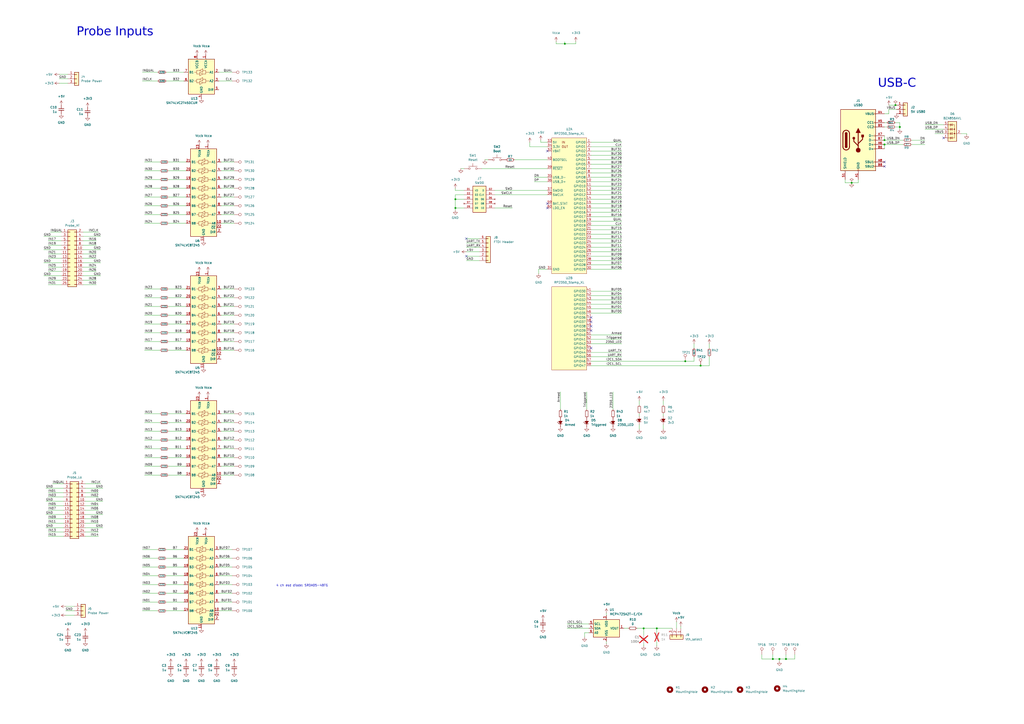
<source format=kicad_sch>
(kicad_sch (version 20231120) (generator "eeschema") (generator_version "8.0")
  (paper "A2")
  (title_block (title "State Mode Logic Analyzer") (date "2023-10-22") (rev "1") (company "baldengineer.com") (comment 1 "J. Lewis"))
  (junction (at 264.16 115.57))
  (junction (at 519.43 60.96))
  (junction (at 381 364.49))
  (junction (at 513.08 81.28))
  (junction (at 452.12 382.27))
  (junction (at 264.16 120.65))
  (junction (at 448.31 382.27))
  (junction (at 406.4 212.09))
  (junction (at 327.66 25.4))
  (junction (at 373.38 364.49))
  (junction (at 513.08 83.82))
  (junction (at 494.03 106.045))
  (junction (at 455.93 382.27))
  (junction (at 397.51 209.55))
  (junction (at 521.97 73.66))
  (no_connect (at 317.5 120.65))
  (no_connect (at 342.9 186.69))
  (no_connect (at 317.5 118.11))
  (no_connect (at 270.51 138.43))
  (no_connect (at 342.9 201.93))
  (no_connect (at 342.9 189.23))
  (no_connect (at 342.9 191.77))
  (no_connect (at 342.9 184.15))
  (no_connect (at 270.51 148.59))
  (no_connect (at 513.08 93.98))
  (no_connect (at 547.37 80.01))
  (no_connect (at 513.08 96.52))
  (no_connect (at 317.5 87.63))
  (wire (pts (xy 107.95 119.38) (xy 97.79 119.38)))
  (wire (pts (xy 135.89 119.38) (xy 128.27 119.38)))
  (wire (pts (xy 327.66 24.13) (xy 327.66 25.4)))
  (wire (pts (xy 27.94 303.53) (xy 36.83 303.53)))
  (wire (pts (xy 107.95 198.12) (xy 97.79 198.12)))
  (wire (pts (xy 135.89 104.14) (xy 128.27 104.14)))
  (wire (pts (xy 92.71 119.38) (xy 83.82 119.38)))
  (wire (pts (xy 92.71 124.46) (xy 83.82 124.46)))
  (wire (pts (xy 92.71 198.12) (xy 83.82 198.12)))
  (wire (pts (xy 48.26 154.94) (xy 55.88 154.94)))
  (wire (pts (xy 370.84 241.3) (xy 370.84 240.03)))
  (wire (pts (xy 92.71 167.64) (xy 83.82 167.64)))
  (wire (pts (xy 519.43 60.96) (xy 520.065 60.96)))
  (wire (pts (xy 135.89 114.3) (xy 128.27 114.3)))
  (wire (pts (xy 34.29 45.72) (xy 39.37 45.72)))
  (wire (pts (xy 325.12 227.33) (xy 325.12 237.49)))
  (wire (pts (xy 560.705 77.47) (xy 560.705 78.105)))
  (wire (pts (xy 92.71 104.14) (xy 83.82 104.14)))
  (wire (pts (xy 339.09 367.03) (xy 339.09 369.57)))
  (wire (pts (xy 107.95 245.11) (xy 97.79 245.11)))
  (wire (pts (xy 270.51 151.13) (xy 278.13 151.13)))
  (wire (pts (xy 135.89 177.8) (xy 128.27 177.8)))
  (wire (pts (xy 58.42 137.16) (xy 48.26 137.16)))
  (wire (pts (xy 107.95 260.35) (xy 97.79 260.35)))
  (wire (pts (xy 107.95 187.96) (xy 97.79 187.96)))
  (wire (pts (xy 322.58 24.13) (xy 322.58 25.4)))
  (wire (pts (xy 351.79 355.6) (xy 351.79 356.87)))
  (wire (pts (xy 317.5 105.41) (xy 309.88 105.41)))
  (wire (pts (xy 342.9 123.19) (xy 360.68 123.19)))
  (wire (pts (xy 342.9 181.61) (xy 360.68 181.61)))
  (wire (pts (xy 547.37 74.93) (xy 536.575 74.93)))
  (wire (pts (xy 342.9 130.81) (xy 360.68 130.81)))
  (wire (pts (xy 342.9 115.57) (xy 360.68 115.57)))
  (wire (pts (xy 547.37 77.47) (xy 542.29 77.47)))
  (wire (pts (xy 342.9 82.55) (xy 360.68 82.55)))
  (wire (pts (xy 135.89 109.22) (xy 128.27 109.22)))
  (wire (pts (xy 26.67 306.07) (xy 36.83 306.07)))
  (wire (pts (xy 58.42 144.78) (xy 48.26 144.78)))
  (wire (pts (xy 452.12 382.27) (xy 455.93 382.27)))
  (wire (pts (xy 342.9 125.73) (xy 360.68 125.73)))
  (wire (pts (xy 92.71 172.72) (xy 83.82 172.72)))
  (wire (pts (xy 342.9 148.59) (xy 360.68 148.59)))
  (wire (pts (xy 25.4 152.4) (xy 35.56 152.4)))
  (wire (pts (xy 328.93 361.95) (xy 341.63 361.95)))
  (wire (pts (xy 351.79 372.11) (xy 351.79 373.38)))
  (wire (pts (xy 107.95 270.51) (xy 97.79 270.51)))
  (wire (pts (xy 342.9 176.53) (xy 360.68 176.53)))
  (wire (pts (xy 497.84 106.045) (xy 497.84 104.14)))
  (wire (pts (xy 334.01 25.4) (xy 334.01 24.13)))
  (wire (pts (xy 441.96 379.73) (xy 441.96 382.27)))
  (wire (pts (xy 127 344.17) (xy 134.62 344.17)))
  (wire (pts (xy 34.29 43.18) (xy 39.37 43.18)))
  (wire (pts (xy 58.42 160.02) (xy 48.26 160.02)))
  (wire (pts (xy 107.95 129.54) (xy 97.79 129.54)))
  (wire (pts (xy 27.94 293.37) (xy 36.83 293.37)))
  (wire (pts (xy 59.69 298.45) (xy 49.53 298.45)))
  (wire (pts (xy 384.81 248.92) (xy 384.81 246.38)))
  (wire (pts (xy 135.89 255.27) (xy 128.27 255.27)))
  (wire (pts (xy 127 354.33) (xy 134.62 354.33)))
  (wire (pts (xy 107.95 182.88) (xy 97.79 182.88)))
  (wire (pts (xy 134.62 328.93) (xy 127 328.93)))
  (wire (pts (xy 92.71 265.43) (xy 83.82 265.43)))
  (wire (pts (xy 92.71 93.98) (xy 83.82 93.98)))
  (wire (pts (xy 57.15 311.15) (xy 49.53 311.15)))
  (wire (pts (xy 448.31 382.27) (xy 452.12 382.27)))
  (wire (pts (xy 313.69 81.28) (xy 313.69 82.55)))
  (wire (pts (xy 547.37 72.39) (xy 536.575 72.39)))
  (wire (pts (xy 340.36 227.33) (xy 340.36 237.49)))
  (wire (pts (xy 25.4 144.78) (xy 35.56 144.78)))
  (wire (pts (xy 92.71 240.03) (xy 83.82 240.03)))
  (wire (pts (xy 342.9 171.45) (xy 360.68 171.45)))
  (wire (pts (xy 313.69 82.55) (xy 317.5 82.55)))
  (wire (pts (xy 107.95 193.04) (xy 97.79 193.04)))
  (wire (pts (xy 134.62 334.01) (xy 127 334.01)))
  (wire (pts (xy 342.9 156.21) (xy 360.68 156.21)))
  (wire (pts (xy 127 349.25) (xy 134.62 349.25)))
  (wire (pts (xy 27.94 154.94) (xy 35.56 154.94)))
  (wire (pts (xy 92.71 114.3) (xy 83.82 114.3)))
  (wire (pts (xy 270.51 140.97) (xy 278.13 140.97)))
  (wire (pts (xy 298.45 92.71) (xy 317.5 92.71)))
  (wire (pts (xy 26.67 290.83) (xy 36.83 290.83)))
  (wire (pts (xy 264.16 115.57) (xy 264.16 120.65)))
  (wire (pts (xy 135.89 167.64) (xy 128.27 167.64)))
  (wire (pts (xy 92.71 187.96) (xy 83.82 187.96)))
  (wire (pts (xy 397.51 209.55) (xy 402.59 209.55)))
  (wire (pts (xy 355.6 227.33) (xy 355.6 237.49)))
  (wire (pts (xy 27.94 311.15) (xy 36.83 311.15)))
  (wire (pts (xy 48.26 165.1) (xy 55.88 165.1)))
  (wire (pts (xy 342.9 146.05) (xy 360.68 146.05)))
  (wire (pts (xy 82.55 349.25) (xy 91.44 349.25)))
  (wire (pts (xy 279.4 97.79) (xy 317.5 97.79)))
  (wire (pts (xy 92.71 182.88) (xy 83.82 182.88)))
  (wire (pts (xy 452.12 383.54) (xy 452.12 382.27)))
  (wire (pts (xy 135.89 172.72) (xy 128.27 172.72)))
  (wire (pts (xy 38.1 356.87) (xy 43.18 356.87)))
  (wire (pts (xy 342.9 207.01) (xy 360.68 207.01)))
  (wire (pts (xy 92.71 129.54) (xy 83.82 129.54)))
  (wire (pts (xy 264.16 113.03) (xy 269.24 113.03)))
  (wire (pts (xy 461.01 382.27) (xy 461.01 379.73)))
  (wire (pts (xy 342.9 118.11) (xy 360.68 118.11)))
  (wire (pts (xy 82.55 318.77) (xy 91.44 318.77)))
  (wire (pts (xy 264.16 113.03) (xy 264.16 115.57)))
  (wire (pts (xy 448.31 379.73) (xy 448.31 382.27)))
  (wire (pts (xy 38.1 354.33) (xy 43.18 354.33)))
  (wire (pts (xy 270.51 146.05) (xy 278.13 146.05)))
  (wire (pts (xy 27.94 139.7) (xy 35.56 139.7)))
  (wire (pts (xy 82.55 323.85) (xy 91.44 323.85)))
  (wire (pts (xy 287.02 110.49) (xy 317.5 110.49)))
  (wire (pts (xy 27.94 142.24) (xy 35.56 142.24)))
  (wire (pts (xy 134.62 41.91) (xy 127 41.91)))
  (wire (pts (xy 27.94 165.1) (xy 35.56 165.1)))
  (wire (pts (xy 490.22 104.14) (xy 490.22 106.045)))
  (wire (pts (xy 342.9 87.63) (xy 360.68 87.63)))
  (wire (pts (xy 519.43 73.66) (xy 521.97 73.66)))
  (wire (pts (xy 92.71 250.19) (xy 83.82 250.19)))
  (wire (pts (xy 264.16 120.65) (xy 264.16 121.92)))
  (wire (pts (xy 57.15 308.61) (xy 49.53 308.61)))
  (wire (pts (xy 269.24 97.79) (xy 267.335 97.79)))
  (wire (pts (xy 48.26 157.48) (xy 55.88 157.48)))
  (wire (pts (xy 127 323.85) (xy 134.62 323.85)))
  (wire (pts (xy 107.95 109.22) (xy 97.79 109.22)))
  (wire (pts (xy 82.55 334.01) (xy 91.44 334.01)))
  (wire (pts (xy 135.89 129.54) (xy 128.27 129.54)))
  (wire (pts (xy 523.875 81.28) (xy 513.08 81.28)))
  (wire (pts (xy 370.84 246.38) (xy 370.84 248.92)))
  (wire (pts (xy 513.08 66.04) (xy 515.62 66.04)))
  (wire (pts (xy 57.15 303.53) (xy 49.53 303.53)))
  (wire (pts (xy 135.89 250.19) (xy 128.27 250.19)))
  (wire (pts (xy 59.69 290.83) (xy 49.53 290.83)))
  (wire (pts (xy 135.89 260.35) (xy 128.27 260.35)))
  (wire (pts (xy 287.02 113.03) (xy 317.5 113.03)))
  (wire (pts (xy 107.95 255.27) (xy 97.79 255.27)))
  (wire (pts (xy 135.89 187.96) (xy 128.27 187.96)))
  (wire (pts (xy 342.9 128.27) (xy 360.68 128.27)))
  (wire (pts (xy 342.9 194.31) (xy 360.68 194.31)))
  (wire (pts (xy 270.51 148.59) (xy 278.13 148.59)))
  (wire (pts (xy 342.9 113.03) (xy 360.68 113.03)))
  (wire (pts (xy 135.89 270.51) (xy 128.27 270.51)))
  (wire (pts (xy 342.9 95.25) (xy 360.68 95.25)))
  (wire (pts (xy 27.94 308.61) (xy 36.83 308.61)))
  (wire (pts (xy 441.96 382.27) (xy 448.31 382.27)))
  (wire (pts (xy 342.9 105.41) (xy 360.68 105.41)))
  (wire (pts (xy 494.03 106.045) (xy 497.84 106.045)))
  (wire (pts (xy 27.94 285.75) (xy 36.83 285.75)))
  (wire (pts (xy 92.71 275.59) (xy 83.82 275.59)))
  (wire (pts (xy 528.955 83.82) (xy 536.575 83.82)))
  (wire (pts (xy 342.9 92.71) (xy 360.68 92.71)))
  (wire (pts (xy 384.81 241.3) (xy 384.81 240.03)))
  (wire (pts (xy 48.26 147.32) (xy 55.88 147.32)))
  (wire (pts (xy 107.95 240.03) (xy 97.79 240.03)))
  (wire (pts (xy 107.95 265.43) (xy 97.79 265.43)))
  (wire (pts (xy 36.83 280.67) (xy 30.48 280.67)))
  (wire (pts (xy 342.9 90.17) (xy 360.68 90.17)))
  (wire (pts (xy 82.55 328.93) (xy 91.44 328.93)))
  (wire (pts (xy 328.93 364.49) (xy 341.63 364.49)))
  (wire (pts (xy 411.48 199.39) (xy 411.48 201.93)))
  (wire (pts (xy 406.4 212.09) (xy 411.48 212.09)))
  (wire (pts (xy 342.9 133.35) (xy 360.68 133.35)))
  (wire (pts (xy 264.16 115.57) (xy 269.24 115.57)))
  (wire (pts (xy 392.43 360.68) (xy 392.43 364.49)))
  (wire (pts (xy 107.95 167.64) (xy 97.79 167.64)))
  (wire (pts (xy 96.52 334.01) (xy 106.68 334.01)))
  (wire (pts (xy 92.71 270.51) (xy 83.82 270.51)))
  (wire (pts (xy 373.38 373.38) (xy 373.38 374.65)))
  (wire (pts (xy 107.95 275.59) (xy 97.79 275.59)))
  (wire (pts (xy 106.68 46.99) (xy 96.52 46.99)))
  (wire (pts (xy 455.93 379.73) (xy 455.93 382.27)))
  (wire (pts (xy 96.52 323.85) (xy 106.68 323.85)))
  (wire (pts (xy 48.26 139.7) (xy 55.88 139.7)))
  (wire (pts (xy 57.15 285.75) (xy 49.53 285.75)))
  (wire (pts (xy 270.51 138.43) (xy 278.13 138.43)))
  (wire (pts (xy 528.955 81.28) (xy 536.575 81.28)))
  (wire (pts (xy 342.9 107.95) (xy 360.68 107.95)))
  (wire (pts (xy 381 364.49) (xy 389.89 364.49)))
  (wire (pts (xy 92.71 255.27) (xy 83.82 255.27)))
  (wire (pts (xy 317.5 102.87) (xy 309.88 102.87)))
  (wire (pts (xy 26.67 298.45) (xy 36.83 298.45)))
  (wire (pts (xy 107.95 114.3) (xy 97.79 114.3)))
  (wire (pts (xy 411.48 212.09) (xy 411.48 207.01)))
  (wire (pts (xy 92.71 177.8) (xy 83.82 177.8)))
  (wire (pts (xy 27.94 288.29) (xy 36.83 288.29)))
  (wire (pts (xy 57.15 300.99) (xy 49.53 300.99)))
  (wire (pts (xy 515.62 60.96) (xy 519.43 60.96)))
  (wire (pts (xy 381 372.11) (xy 381 374.65)))
  (wire (pts (xy 264.16 110.49) (xy 264.16 109.22)))
  (wire (pts (xy 91.44 41.91) (xy 82.55 41.91)))
  (wire (pts (xy 27.94 149.86) (xy 35.56 149.86)))
  (wire (pts (xy 307.34 85.09) (xy 317.5 85.09)))
  (wire (pts (xy 135.89 182.88) (xy 128.27 182.88)))
  (wire (pts (xy 342.9 110.49) (xy 360.68 110.49)))
  (wire (pts (xy 27.94 300.99) (xy 36.83 300.99)))
  (wire (pts (xy 58.42 280.67) (xy 49.53 280.67)))
  (wire (pts (xy 35.56 134.62) (xy 29.21 134.62)))
  (wire (pts (xy 107.95 93.98) (xy 97.79 93.98)))
  (wire (pts (xy 57.15 134.62) (xy 48.26 134.62)))
  (wire (pts (xy 48.26 149.86) (xy 55.88 149.86)))
  (wire (pts (xy 342.9 151.13) (xy 360.68 151.13)))
  (wire (pts (xy 57.15 295.91) (xy 49.53 295.91)))
  (wire (pts (xy 361.95 364.49) (xy 364.49 364.49)))
  (wire (pts (xy 342.9 168.91) (xy 360.68 168.91)))
  (wire (pts (xy 58.42 152.4) (xy 48.26 152.4)))
  (wire (pts (xy 342.9 85.09) (xy 360.68 85.09)))
  (wire (pts (xy 270.51 143.51) (xy 278.13 143.51)))
  (wire (pts (xy 96.52 344.17) (xy 106.68 344.17)))
  (wire (pts (xy 519.43 71.12) (xy 521.97 71.12)))
  (wire (pts (xy 91.44 46.99) (xy 82.55 46.99)))
  (wire (pts (xy 515.62 63.5) (xy 515.62 66.04)))
  (wire (pts (xy 27.94 295.91) (xy 36.83 295.91)))
  (wire (pts (xy 342.9 97.79) (xy 360.68 97.79)))
  (wire (pts (xy 135.89 198.12) (xy 128.27 198.12)))
  (wire (pts (xy 107.95 104.14) (xy 97.79 104.14)))
  (wire (pts (xy 92.71 99.06) (xy 83.82 99.06)))
  (wire (pts (xy 26.67 283.21) (xy 36.83 283.21)))
  (wire (pts (xy 369.57 364.49) (xy 373.38 364.49)))
  (wire (pts (xy 327.66 25.4) (xy 334.01 25.4)))
  (wire (pts (xy 342.9 153.67) (xy 360.68 153.67)))
  (wire (pts (xy 107.95 250.19) (xy 97.79 250.19)))
  (wire (pts (xy 96.52 328.93) (xy 106.68 328.93)))
  (wire (pts (xy 134.62 318.77) (xy 127 318.77)))
  (wire (pts (xy 34.29 48.26) (xy 39.37 48.26)))
  (wire (pts (xy 107.95 124.46) (xy 97.79 124.46)))
  (wire (pts (xy 96.52 339.09) (xy 106.68 339.09)))
  (wire (pts (xy 342.9 100.33) (xy 360.68 100.33)))
  (wire (pts (xy 341.63 367.03) (xy 339.09 367.03)))
  (wire (pts (xy 96.52 318.77) (xy 106.68 318.77)))
  (wire (pts (xy 373.38 364.49) (xy 373.38 368.3)))
  (wire (pts (xy 513.08 73.66) (xy 514.35 73.66)))
  (wire (pts (xy 82.55 339.09) (xy 91.44 339.09)))
  (wire (pts (xy 342.9 140.97) (xy 360.68 140.97)))
  (wire (pts (xy 135.89 99.06) (xy 128.27 99.06)))
  (wire (pts (xy 135.89 265.43) (xy 128.27 265.43)))
  (wire (pts (xy 134.62 339.09) (xy 127 339.09)))
  (wire (pts (xy 134.62 46.99) (xy 127 46.99)))
  (wire (pts (xy 394.97 363.22) (xy 394.97 364.49)))
  (wire (pts (xy 92.71 193.04) (xy 83.82 193.04)))
  (wire (pts (xy 38.1 351.79) (xy 43.18 351.79)))
  (wire (pts (xy 342.9 138.43) (xy 360.68 138.43)))
  (wire (pts (xy 384.81 232.41) (xy 384.81 234.95)))
  (wire (pts (xy 135.89 245.11) (xy 128.27 245.11)))
  (wire (pts (xy 57.15 288.29) (xy 49.53 288.29)))
  (wire (pts (xy 135.89 203.2) (xy 128.27 203.2)))
  (wire (pts (xy 402.59 209.55) (xy 402.59 207.01)))
  (wire (pts (xy 381 364.49) (xy 381 367.03)))
  (wire (pts (xy 287.02 120.65) (xy 297.18 120.65)))
  (wire (pts (xy 513.08 71.12) (xy 514.35 71.12)))
  (wire (pts (xy 59.69 283.21) (xy 49.53 283.21)))
  (wire (pts (xy 342.9 209.55) (xy 397.51 209.55)))
  (wire (pts (xy 520.065 63.5) (xy 515.62 63.5)))
  (wire (pts (xy 107.95 172.72) (xy 97.79 172.72)))
  (wire (pts (xy 370.84 232.41) (xy 370.84 234.95)))
  (wire (pts (xy 27.94 157.48) (xy 35.56 157.48)))
  (wire (pts (xy 342.9 120.65) (xy 360.68 120.65)))
  (wire (pts (xy 92.71 260.35) (xy 83.82 260.35)))
  (wire (pts (xy 57.15 293.37) (xy 49.53 293.37)))
  (wire (pts (xy 373.38 364.49) (xy 381 364.49)))
  (wire (pts (xy 342.9 102.87) (xy 360.68 102.87)))
  (wire (pts (xy 342.9 179.07) (xy 360.68 179.07)))
  (wire (pts (xy 48.26 142.24) (xy 55.88 142.24)))
  (wire (pts (xy 96.52 349.25) (xy 106.68 349.25)))
  (wire (pts (xy 92.71 245.11) (xy 83.82 245.11)))
  (wire (pts (xy 342.9 204.47) (xy 360.68 204.47)))
  (wire (pts (xy 92.71 203.2) (xy 83.82 203.2)))
  (wire (pts (xy 135.89 240.03) (xy 128.27 240.03)))
  (wire (pts (xy 25.4 137.16) (xy 35.56 137.16)))
  (wire (pts (xy 342.9 173.99) (xy 360.68 173.99)))
  (wire (pts (xy 82.55 344.17) (xy 91.44 344.17)))
  (wire (pts (xy 92.71 109.22) (xy 83.82 109.22)))
  (wire (pts (xy 307.34 82.55) (xy 307.34 85.09)))
  (wire (pts (xy 135.89 93.98) (xy 128.27 93.98)))
  (wire (pts (xy 135.89 193.04) (xy 128.27 193.04)))
  (wire (pts (xy 283.21 92.71) (xy 281.305 92.71)))
  (wire (pts (xy 312.42 156.21) (xy 312.42 158.75)))
  (wire (pts (xy 342.9 135.89) (xy 360.68 135.89)))
  (wire (pts (xy 322.58 25.4) (xy 327.66 25.4)))
  (wire (pts (xy 342.9 143.51) (xy 360.68 143.51)))
  (wire (pts (xy 342.9 196.85) (xy 360.68 196.85)))
  (wire (pts (xy 521.97 71.12) (xy 521.97 73.66)))
  (wire (pts (xy 513.08 83.82) (xy 513.08 86.36)))
  (wire (pts (xy 342.9 212.09) (xy 406.4 212.09)))
  (wire (pts (xy 48.26 162.56) (xy 55.88 162.56)))
  (wire (pts (xy 135.89 124.46) (xy 128.27 124.46)))
  (wire (pts (xy 27.94 147.32) (xy 35.56 147.32)))
  (wire (pts (xy 264.16 120.65) (xy 269.24 120.65)))
  (wire (pts (xy 521.97 73.66) (xy 521.97 74.93)))
  (wire (pts (xy 490.22 106.045) (xy 494.03 106.045)))
  (wire (pts (xy 135.89 275.59) (xy 128.27 275.59)))
  (wire (pts (xy 342.9 199.39) (xy 360.68 199.39)))
  (wire (pts (xy 107.95 203.2) (xy 97.79 203.2)))
  (wire (pts (xy 402.59 199.39) (xy 402.59 201.93)))
  (wire (pts (xy 269.24 110.49) (xy 264.16 110.49)))
  (wire (pts (xy 557.53 77.47) (xy 560.705 77.47)))
  (wire (pts (xy 96.52 354.33) (xy 106.68 354.33)))
  (wire (pts (xy 107.95 99.06) (xy 97.79 99.06)))
  (wire (pts (xy 25.4 160.02) (xy 35.56 160.02)))
  (wire (pts (xy 523.875 83.82) (xy 513.08 83.82)))
  (wire (pts (xy 82.55 354.33) (xy 91.44 354.33)))
  (wire (pts (xy 107.95 177.8) (xy 97.79 177.8)))
  (wire (pts (xy 455.93 382.27) (xy 461.01 382.27)))
  (wire (pts (xy 513.08 78.74) (xy 513.08 81.28)))
  (wire (pts (xy 27.94 162.56) (xy 35.56 162.56)))
  (wire (pts (xy 106.68 41.91) (xy 96.52 41.91)))
  (wire (pts (xy 59.69 306.07) (xy 49.53 306.07)))
  (wire (pts (xy 317.5 156.21) (xy 312.42 156.21)))
  (text "TODO:\n- Switch to Stamp XL\n- Add LDO with DigiPot\n- Add OLED Header?\n- More decoupling for the BUS XCVRs\n- add ESD protection to inputs\n" (at 521.335 -21.59 0) (effects (font (size 2.54 2.54)) (justify left)))
  (text "4 ch esd diode: SRDA05-4BTG" (at 175.26 339.725 0) (effects (font (size 1.27 1.27))))
  (text "Probe Inputs" (at 44.45 22.86 0) (effects (font (size 5.08 5.08)) (justify left bottom)))
  (text "USB-C" (at 509.27 52.705 0) (effects (font (size 5.08 5.08)) (justify left bottom)))
  (label "IN02" (at 57.15 288.29 180))
  (label "B23" (at 105.41 167.64 180))
  (label "IN27" (at 83.82 114.3 0))
  (label "BUF02" (at 360.68 176.53 180))
  (label "BUF07" (at 133.35 318.77 180))
  (label "BUF23" (at 135.89 167.64 180))
  (label "IN18" (at 55.88 142.24 180))
  (label "BUF03" (at 133.35 339.09 180))
  (label "IN14" (at 57.15 311.15 180))
  (label "GND" (at 59.69 290.83 180))
  (label "IN01" (at 82.55 349.25 0))
  (label "GND" (at 59.69 298.45 180))
  (label "BUF02" (at 134.62 344.17 180))
  (label "GND" (at 26.67 306.07 0))
  (label "SWD" (at 297.18 110.49 180))
  (label "BUF31" (at 360.68 87.63 180))
  (label "DP" (at 309.88 105.41 0))
  (label "BUF05" (at 360.68 168.91 180))
  (label "BUF27" (at 360.68 97.79 180))
  (label "B24" (at 104.14 129.54 180))
  (label "IN07" (at 82.55 318.77 0))
  (label "IN11" (at 83.82 260.35 0))
  (label "IN26" (at 55.88 157.48 180))
  (label "IN15" (at 83.82 240.03 0))
  (label "BUF04" (at 360.68 171.45 180))
  (label "BUF28" (at 360.68 95.25 180))
  (label "IN02" (at 82.55 344.17 0))
  (label "IN18" (at 83.82 193.04 0))
  (label "BUF17" (at 135.89 198.12 180))
  (label "BUF07" (at 360.68 153.67 180))
  (label "BUF10" (at 135.89 265.43 180))
  (label "BUF16" (at 135.89 203.2 180))
  (label "B1" (at 102.87 349.25 180))
  (label "B14" (at 105.41 245.11 180))
  (label "IN21" (at 27.94 147.32 0))
  (label "B3" (at 102.87 339.09 180))
  (label "IN05" (at 82.55 328.93 0))
  (label "BUF11" (at 135.89 260.35 180))
  (label "B29" (at 104.14 104.14 180))
  (label "BUF00" (at 134.62 354.33 180))
  (label "2350_LED" (at 355.6 227.33 270))
  (label "B19" (at 105.41 187.96 180))
  (label "DP" (at 536.575 83.82 180))
  (label "DN" (at 536.575 81.28 180))
  (label "2350_LED" (at 360.68 199.39 180))
  (label "B17" (at 105.41 198.12 180))
  (label "IN08" (at 83.82 275.59 0))
  (label "BUF24" (at 360.68 105.41 180))
  (label "IN03" (at 27.94 288.29 0))
  (label "IN17" (at 83.82 198.12 0))
  (label "I2C1_SCL" (at 328.93 361.95 0))
  (label "IN13" (at 83.82 250.19 0))
  (label "BUF30" (at 360.68 90.17 180))
  (label "IN00" (at 57.15 285.75 180))
  (label "CLK" (at 360.68 85.09 180))
  (label "IN06" (at 57.15 295.91 180))
  (label "IN22" (at 83.82 172.72 0))
  (label "BUF01" (at 360.68 179.07 180))
  (label "IN01" (at 27.94 285.75 0))
  (label "BUF26" (at 360.68 100.33 180))
  (label "BUF14" (at 360.68 135.89 180))
  (label "BUF25" (at 360.68 102.87 180))
  (label "IN10" (at 57.15 303.53 180))
  (label "IN28" (at 55.88 162.56 180))
  (label "GND" (at 59.69 283.21 180))
  (label "BUF09" (at 360.68 148.59 180))
  (label "B27" (at 104.14 114.3 180))
  (label "IN30" (at 55.88 165.1 180))
  (label "IN06" (at 82.55 323.85 0))
  (label "IN25" (at 27.94 154.94 0))
  (label "IN28" (at 83.82 109.22 0))
  (label "USB_DN" (at 514.35 81.28 0))
  (label "I2C1_SDA" (at 360.68 209.55 180))
  (label "GND" (at 26.67 290.83 0))
  (label "B5" (at 102.87 328.93 180))
  (label "IN20" (at 55.88 147.32 180))
  (label "BUF29" (at 360.68 92.71 180))
  (label "GND" (at 25.4 152.4 0))
  (label "INQUAL" (at 30.48 280.67 0))
  (label "UART_RX" (at 270.51 143.51 0))
  (label "B15" (at 105.41 240.03 180))
  (label "Reset" (at 298.45 97.79 180))
  (label "DN" (at 309.88 102.87 0))
  (label "Armed" (at 325.12 227.33 270))
  (label "BUF11" (at 360.68 143.51 180))
  (label "IN19" (at 27.94 142.24 0))
  (label "B25" (at 104.14 124.46 180))
  (label "IN09" (at 27.94 300.99 0))
  (label "INCLK" (at 57.15 134.62 180))
  (label "BUF30" (at 135.89 99.06 180))
  (label "BUF10" (at 360.68 146.05 180))
  (label "IN05" (at 27.94 293.37 0))
  (label "GND" (at 312.42 156.21 0))
  (label "UART_TX" (at 360.68 204.47 180))
  (label "BUF08" (at 135.89 275.59 180))
  (label "B7" (at 102.87 318.77 180))
  (label "I2C1_SDA" (at 328.93 364.49 0))
  (label "BUF17" (at 360.68 123.19 180))
  (label "B18" (at 105.41 193.04 180))
  (label "GND" (at 34.29 45.72 0))
  (label "USB_DP" (at 536.575 74.93 0))
  (label "UART_RX" (at 360.68 207.01 180))
  (label "B31" (at 104.14 93.98 180))
  (label "BUF08" (at 360.68 151.13 180))
  (label "IN29" (at 27.94 162.56 0))
  (label "B2" (at 102.87 344.17 180))
  (label "BUF14" (at 135.89 245.11 180))
  (label "BUF06" (at 360.68 156.21 180))
  (label "+5V" (at 270.51 146.05 0))
  (label "BUF26" (at 135.89 119.38 180))
  (label "BUF20" (at 360.68 115.57 180))
  (label "INCLK" (at 82.55 46.99 0))
  (label "IN09" (at 83.82 270.51 0))
  (label "GND" (at 26.67 298.45 0))
  (label "Triggered" (at 360.68 196.85 180))
  (label "CLK" (at 360.68 130.81 180))
  (label "IN26" (at 83.82 119.38 0))
  (label "VBUS" (at 519.43 63.5 180))
  (label "INCLK" (at 58.42 280.67 180))
  (label "IN16" (at 83.82 203.2 0))
  (label "BUF22" (at 135.89 172.72 180))
  (label "IN22" (at 55.88 149.86 180))
  (label "B20" (at 105.41 182.88 180))
  (label "IN31" (at 83.82 93.98 0))
  (label "GND" (at 58.42 144.78 180))
  (label "BUF21" (at 360.68 113.03 180))
  (label "IN00" (at 82.55 354.33 0))
  (label "GND" (at 25.4 137.16 0))
  (label "IN13" (at 27.94 308.61 0))
  (label "QUAL" (at 134.62 41.91 180))
  (label "IN19" (at 83.82 187.96 0))
  (label "BUF05" (at 133.35 328.93 180))
  (label "I2C1_SCL" (at 360.68 212.09 180))
  (label "GND" (at 25.4 160.02 0))
  (label "IN12" (at 57.15 308.61 180))
  (label "CLK" (at 134.62 46.99 180))
  (label "BUF31" (at 135.89 93.98 180))
  (label "B16" (at 105.41 203.2 180))
  (label "GND" (at 26.67 283.21 0))
  (label "BUF19" (at 135.89 187.96 180))
  (label "IN04" (at 82.55 334.01 0))
  (label "BUF12" (at 360.68 140.97 180))
  (label "UART_TX" (at 270.51 140.97 0))
  (label "INQUAL" (at 29.21 134.62 0))
  (label "B13" (at 105.41 250.19 180))
  (label "INQUAL" (at 82.55 41.91 0))
  (label "BUF00" (at 360.68 181.61 180))
  (label "B0" (at 102.87 354.33 180))
  (label "GND" (at 58.42 152.4 180))
  (label "BUF15" (at 135.89 240.03 180))
  (label "GND" (at 58.42 160.02 180))
  (label "BUF01" (at 134.62 349.25 180))
  (label "IN30" (at 83.82 99.06 0))
  (label "IN04" (at 57.15 293.37 180))
  (label "BUF23" (at 360.68 107.95 180))
  (label "B30" (at 104.14 99.06 180))
  (label "B4" (at 102.87 334.01 180))
  (label "IN24" (at 83.82 129.54 0))
  (label "BUF06" (at 133.35 323.85 180))
  (label "B22" (at 105.41 172.72 180))
  (label "BUF16" (at 360.68 125.73 180))
  (label "B33" (at 104.14 41.91 180))
  (label "BUF03" (at 360.68 173.99 180))
  (label "GND" (at 25.4 144.78 0))
  (label "IN12" (at 83.82 255.27 0))
  (label "USB_DP" (at 514.35 83.82 0))
  (label "VBUS" (at 542.29 77.47 0))
  (label "BUF12" (at 135.89 255.27 180))
  (label "BUF15" (at 360.68 133.35 180))
  (label "QUAL" (at 360.68 82.55 180))
  (label "GND" (at 58.42 137.16 180))
  (label "B9" (at 105.41 270.51 180))
  (label "BUF20" (at 135.89 182.88 180))
  (label "BUF09" (at 135.89 270.51 180))
  (label "IN20" (at 83.82 182.88 0))
  (label "IN03" (at 82.55 339.09 0))
  (label "GND" (at 59.69 306.07 180))
  (label "GND" (at 270.51 151.13 0))
  (label "IN29" (at 83.82 104.14 0))
  (label "IN17" (at 27.94 139.7 0))
  (label "B32" (at 104.14 46.99 180))
  (label "Reset" (at 297.18 120.65 180))
  (label "IN16" (at 55.88 139.7 180))
  (label "QUAL" (at 360.68 128.27 180))
  (label "Armed" (at 360.68 194.31 180))
  (label "IN23" (at 27.94 149.86 0))
  (label "BUF25" (at 135.89 124.46 180))
  (label "BUF19" (at 360.68 118.11 180))
  (label "IN24" (at 55.88 154.94 180))
  (label "IN25" (at 83.82 124.46 0))
  (label "IN08" (at 57.15 300.99 180))
  (label "B21" (at 105.41 177.8 180))
  (label "BUF18" (at 135.89 193.04 180))
  (label "BUF27" (at 135.89 114.3 180))
  (label "GND" (at 38.1 354.33 0))
  (label "IN31" (at 27.94 165.1 0))
  (label "BUF18" (at 360.68 120.65 180))
  (label "B11" (at 105.41 260.35 180))
  (label "B12" (at 105.41 255.27 180))
  (label "IN15" (at 27.94 311.15 0))
  (label "BUF28" (at 135.89 109.22 180))
  (label "Triggered" (at 340.36 227.33 270))
  (label "IN11" (at 27.94 303.53 0))
  (label "B26" (at 104.14 119.38 180))
  (label "IN10" (at 83.82 265.43 0))
  (label "SWCLK" (at 297.18 113.03 180))
  (label "BUF13" (at 135.89 250.19 180))
  (label "USB_DN" (at 536.575 72.39 0))
  (label "BUF04" (at 133.35 334.01 180))
  (label "BUF22" (at 360.68 110.49 180))
  (label "IN07" (at 27.94 295.91 0))
  (label "IN27" (at 27.94 157.48 0))
  (label "BUF29" (at 135.89 104.14 180))
  (label "IN21" (at 83.82 177.8 0))
  (label "B10" (at 105.41 265.43 180))
  (label "B28" (at 104.14 109.22 180))
  (label "B6" (at 102.87 323.85 180))
  (label "IN23" (at 83.82 167.64 0))
  (label "BUF13" (at 360.68 138.43 180))
  (label "BUF21" (at 135.89 177.8 180))
  (label "BUF24" (at 135.89 129.54 180))
  (label "IN14" (at 83.82 245.11 0))
  (label "B8" (at 105.41 275.59 180))
  (symbol (lib_id "Analog_DAC:MCP4725xxx-xCH") (at 351.79 364.49 0) (unit 1)
    (property "Reference" "U1" (at 354.965 353.695 0))
    (property "Value" "MCP4725A2T-E/CH" (at 363.22 356.235 0))
    (property "Footprint" "Package_TO_SOT_SMD:SOT-23-6" (effects (hide yes)))
    (property "Datasheet" "http://ww1.microchip.com/downloads/en/DeviceDoc/22039d.pdf" (effects (hide yes)))
    (property "Description" "12-bit Digital-to-Analog Converter, integrated EEPROM, I2C interface, SOT-23-6" (effects (hide yes)))
  )
  (symbol (lib_id "power:+3V3") (at 264.16 109.22 0) (unit 1)
    (property "Reference" "#PWR029" (effects (hide yes)))
    (property "Value" "+3V3" (at 264.16 104.14 0))
  )
  (symbol (lib_id "power:GND") (at 116.84 364.49 0) (unit 1)
    (property "Reference" "#PWR073" (effects (hide yes)))
    (property "Value" "GND" (effects (hide yes)))
    (property "Description" "Power symbol creates a global label with name \"GND\" , ground" (effects (hide yes)))
  )
  (symbol (lib_id "Device:LED_Small_Filled") (at 340.36 245.11 90) (unit 1)
    (property "Reference" "D5" (at 342.9 243.7765 90) (effects (justify right)))
    (property "Value" "Triggered" (at 342.9 246.38 90) (effects (justify right)))
    (property "Footprint" "LED_SMD:LED_1206_3216Metric_Pad1.42x1.75mm_HandSolder" (effects (hide yes)))
  )
  (symbol (lib_id "Device:R_Small") (at 95.25 275.59 270) (mirror x) (unit 1)
    (property "Reference" "R40" (effects (hide yes)))
    (property "Value" "220" (at 95.25 275.59 90) (effects (font (size 1 1))))
    (property "Footprint" "Resistor_SMD:R_0603_1608Metric" (effects (hide yes)))
  )
  (symbol (lib_id "power:+3V3") (at 384.81 232.41 0) (unit 1)
    (property "Reference" "#PWR040" (effects (hide yes)))
    (property "Value" "+3V3" (at 384.81 227.33 0))
    (property "Description" "Power symbol creates a global label with name \"+3V3\"" (effects (hide yes)))
  )
  (symbol (lib_id "Device:C_Small") (at 107.95 387.35 0) (mirror y) (unit 1)
    (property "Reference" "C4" (at 105.41 386.0862 0) (effects (justify left)))
    (property "Value" "1u" (at 105.41 388.6262 0) (effects (justify left)))
    (property "Footprint" "Capacitor_SMD:C_0603_1608Metric_Pad1.08x0.95mm_HandSolder" (effects (hide yes)))
  )
  (symbol (lib_id "power:GND") (at 494.03 106.045 0) (unit 1)
    (property "Reference" "#PWR018" (effects (hide yes)))
    (property "Value" "GND" (effects (hide yes)))
  )
  (symbol (lib_id "power:+5V") (at 270.51 146.05 90) (mirror x) (unit 1)
    (property "Reference" "#PWR042" (effects (hide yes)))
    (property "Value" "+5V" (at 266.7 146.0501 90) (effects (justify left)))
  )
  (symbol (lib_id "My Library:TestPoint_Harwin") (at 134.62 328.93 270) (mirror x) (unit 1)
    (property "Reference" "TP105" (at 140.335 328.93 90) (effects (justify left)))
    (property "Value" "TestPoint_Harwin" (effects (hide yes)))
    (property "Footprint" "My Libraries:Harwin-S1751-46-Test-Point" (effects (hide yes)))
    (property "SPN" "75R5336" (effects (hide yes)))
  )
  (symbol (lib_id "power:GND") (at 118.11 213.36 0) (unit 1)
    (property "Reference" "#PWR075" (effects (hide yes)))
    (property "Value" "GND" (effects (hide yes)))
    (property "Description" "Power symbol creates a global label with name \"GND\" , ground" (effects (hide yes)))
  )
  (symbol (lib_id "Mechanical:MountingHole") (at 408.94 400.05 0) (unit 1)
    (property "Reference" "H2" (at 412.115 398.78 0) (effects (justify left)))
    (property "Value" "MountingHole" (at 412.115 401.32 0) (effects (justify left)))
    (property "Footprint" "MountingHole:MountingHole_2.7mm" (effects (hide yes)))
  )
  (symbol (lib_id "My Library:TestPoint_Harwin") (at 135.89 265.43 270) (unit 1)
    (property "Reference" "TP110" (at 141.605 265.43 90) (effects (justify left)))
    (property "Value" "TestPoint_Harwin" (effects (hide yes)))
    (property "Footprint" "My Libraries:Harwin-S1751-46-Test-Point" (effects (hide yes)))
    (property "SPN" "75R5336" (effects (hide yes)))
  )
  (symbol (lib_id "Device:R_Small") (at 93.98 339.09 270) (unit 1)
    (property "Reference" "R28" (effects (hide yes)))
    (property "Value" "220" (at 93.98 339.09 90) (effects (font (size 1 1))))
    (property "Footprint" "Resistor_SMD:R_0603_1608Metric" (effects (hide yes)))
  )
  (symbol (lib_id "Device:R_Small") (at 93.98 318.77 270) (unit 1)
    (property "Reference" "R32" (effects (hide yes)))
    (property "Value" "220" (at 93.98 318.77 90) (effects (font (size 1 1))))
    (property "Footprint" "Resistor_SMD:R_0603_1608Metric" (effects (hide yes)))
  )
  (symbol (lib_id "Device:R_Small") (at 93.98 344.17 270) (unit 1)
    (property "Reference" "R27" (effects (hide yes)))
    (property "Value" "220" (at 93.98 344.17 90) (effects (font (size 1 1))))
    (property "Footprint" "Resistor_SMD:R_0603_1608Metric" (effects (hide yes)))
  )
  (symbol (lib_id "Logic_LevelTranslator:SN74LVC2T45DCUR") (at 116.84 44.45 0) (mirror y) (unit 1)
    (property "Reference" "U13" (at 114.6459 57.15 0) (effects (justify left)))
    (property "Value" "SN74LVC2T45DCUR" (at 114.6459 59.69 0) (effects (justify left)))
    (property "Footprint" "Package_SO:SSOP-8_2.95x2.8mm_P0.65mm" (effects (hide yes)))
    (property "Datasheet" "http://www.ti.com/lit/ds/symlink/sn74lvc2t45.pdf" (effects (hide yes)))
    (property "Description" "Dual-Bit Dual-Supply Bus Transceiver With Configurable Voltage Translation and 3-State Outputs, VSSOP-8" (effects (hide yes)))
  )
  (symbol (lib_id "Device:R_Small") (at 93.98 46.99 270) (mirror x) (unit 1)
    (property "Reference" "R74" (effects (hide yes)))
    (property "Value" "220" (at 93.98 46.99 90) (effects (font (size 1 1))))
    (property "Footprint" "Resistor_SMD:R_0603_1608Metric" (effects (hide yes)))
  )
  (symbol (lib_id "power:GND") (at 355.6 247.65 0) (unit 1)
    (property "Reference" "#PWR016" (effects (hide yes)))
    (property "Value" "GND" (at 355.6 252.73 0))
    (property "Description" "Power symbol creates a global label with name \"GND\" , ground" (effects (hide yes)))
  )
  (symbol (lib_id "My Library:TestPoint_Harwin") (at 135.89 270.51 270) (unit 1)
    (property "Reference" "TP109" (at 141.605 270.51 90) (effects (justify left)))
    (property "Value" "TestPoint_Harwin" (effects (hide yes)))
    (property "Footprint" "My Libraries:Harwin-S1751-46-Test-Point" (effects (hide yes)))
    (property "SPN" "75R5336" (effects (hide yes)))
  )
  (symbol (lib_id "Device:R_Small") (at 526.415 83.82 270) (unit 1)
    (property "Reference" "R9" (at 524.51 85.725 90) (effects (justify left)))
    (property "Value" "27" (at 525.145 83.82 90) (effects (font (size 1 1)) (justify left)))
    (property "Footprint" "Resistor_SMD:R_0603_1608Metric_Pad0.98x0.95mm_HandSolder" (effects (hide yes)))
  )
  (symbol (lib_id "Device:R_Small") (at 95.25 245.11 270) (mirror x) (unit 1)
    (property "Reference" "R34" (effects (hide yes)))
    (property "Value" "220" (at 95.25 245.11 90) (effects (font (size 1 1))))
    (property "Footprint" "Resistor_SMD:R_0603_1608Metric" (effects (hide yes)))
  )
  (symbol (lib_id "Device:R_Small") (at 381 369.57 180) (unit 1) (dnp yes)
    (property "Reference" "R11" (at 383.54 368.2999 0) (effects (justify right)))
    (property "Value" "1k" (at 383.54 370.8399 0) (effects (justify right)))
    (property "Footprint" "Resistor_SMD:R_0603_1608Metric" (effects (hide yes)))
    (property "Description" "Resistor, small symbol" (effects (hide yes)))
  )
  (symbol (lib_id "Device:C_Small") (at 314.96 361.95 0) (mirror y) (unit 1)
    (property "Reference" "C6" (at 312.42 360.6862 0) (effects (justify left)))
    (property "Value" "1u" (at 312.42 363.2262 0) (effects (justify left)))
    (property "Footprint" "Capacitor_SMD:C_0603_1608Metric_Pad1.08x0.95mm_HandSolder" (effects (hide yes)))
  )
  (symbol (lib_id "Device:R_Small") (at 516.89 73.66 90) (unit 1)
    (property "Reference" "R4" (at 518.795 75.565 90) (effects (justify left)))
    (property "Value" "5k1" (at 518.16 73.66 90) (effects (font (size 1 1)) (justify left)))
    (property "Footprint" "Resistor_SMD:R_0603_1608Metric_Pad0.98x0.95mm_HandSolder" (effects (hide yes)))
  )
  (symbol (lib_id "power:GND") (at 264.16 121.92 0) (mirror y) (unit 1)
    (property "Reference" "#PWR028" (effects (hide yes)))
    (property "Value" "GND" (at 264.033 126.3142 0))
  )
  (symbol (lib_id "Device:R_Small") (at 526.415 81.28 270) (mirror x) (unit 1)
    (property "Reference" "R8" (at 524.51 79.375 90) (effects (justify left)))
    (property "Value" "27" (at 525.145 81.28 90) (effects (font (size 1 1)) (justify left)))
    (property "Footprint" "Resistor_SMD:R_0603_1608Metric_Pad0.98x0.95mm_HandSolder" (effects (hide yes)))
  )
  (symbol (lib_id "power:GND") (at 118.11 285.75 0) (unit 1)
    (property "Reference" "#PWR074" (effects (hide yes)))
    (property "Value" "GND" (effects (hide yes)))
    (property "Description" "Power symbol creates a global label with name \"GND\" , ground" (effects (hide yes)))
  )
  (symbol (lib_id "Device:R_Small") (at 93.98 334.01 270) (unit 1)
    (property "Reference" "R29" (effects (hide yes)))
    (property "Value" "220" (at 93.98 334.01 90) (effects (font (size 1 1))))
    (property "Footprint" "Resistor_SMD:R_0603_1608Metric" (effects (hide yes)))
  )
  (symbol (lib_id "power:GND") (at 118.11 139.7 0) (unit 1)
    (property "Reference" "#PWR083" (effects (hide yes)))
    (property "Value" "GND" (effects (hide yes)))
    (property "Description" "Power symbol creates a global label with name \"GND\" , ground" (effects (hide yes)))
  )
  (symbol (lib_id "Device:C_Small") (at 50.8 64.77 0) (mirror y) (unit 1)
    (property "Reference" "C11" (at 48.26 63.5063 0) (effects (justify left)))
    (property "Value" "1u" (at 48.26 66.0463 0) (effects (justify left)))
    (property "Footprint" "Capacitor_SMD:C_0603_1608Metric_Pad1.08x0.95mm_HandSolder" (effects (hide yes)))
  )
  (symbol (lib_id "Switch:SW_Push") (at 288.29 92.71 0) (mirror y) (unit 1)
    (property "Reference" "SW2" (at 288.29 85.09 0))
    (property "Value" "Boot" (at 288.29 87.63 0))
    (property "Footprint" "Button_Switch_SMD:SW_SPST_PTS810" (effects (hide yes)))
    (property "SPN" "35AH5296" (effects (hide yes)))
  )
  (symbol (lib_id "power:+3V3") (at 120.65 157.48 0) (unit 1)
    (property "Reference" "#PWR035" (effects (hide yes)))
    (property "Value" "Vcca" (at 120.65 152.4 0))
    (property "Description" "Power symbol creates a global label with name \"+3V3\"" (effects (hide yes)))
  )
  (symbol (lib_id "My Library:TestPoint_Harwin") (at 441.96 379.73 0) (unit 1)
    (property "Reference" "TP16" (at 439.42 374.015 0) (effects (justify left)))
    (property "Value" "TestPoint_Harwin" (effects (hide yes)))
    (property "Footprint" "My Libraries:Harwin-S1751-46-Test-Point" (effects (hide yes)))
    (property "SPN" "75R5336" (effects (hide yes)))
  )
  (symbol (lib_id "My Library:TestPoint_Harwin") (at 135.89 93.98 270) (unit 1)
    (property "Reference" "TP131" (at 141.605 93.98 90) (effects (justify left)))
    (property "Value" "TestPoint_Harwin" (effects (hide yes)))
    (property "Footprint" "My Libraries:Harwin-S1751-46-Test-Point" (effects (hide yes)))
    (property "SPN" "75R5336" (effects (hide yes)))
  )
  (symbol (lib_id "Device:R_Small") (at 95.25 187.96 270) (mirror x) (unit 1)
    (property "Reference" "R53" (effects (hide yes)))
    (property "Value" "220" (at 95.25 187.96 90) (effects (font (size 1 1))))
    (property "Footprint" "Resistor_SMD:R_0603_1608Metric" (effects (hide yes)))
  )
  (symbol (lib_id "My Library:TestPoint_Harwin") (at 134.62 354.33 270) (mirror x) (unit 1)
    (property "Reference" "TP100" (at 140.335 354.33 90) (effects (justify left)))
    (property "Value" "TestPoint_Harwin" (effects (hide yes)))
    (property "Footprint" "My Libraries:Harwin-S1751-46-Test-Point" (effects (hide yes)))
    (property "SPN" "75R5336" (effects (hide yes)))
  )
  (symbol (lib_id "Device:R_Small") (at 367.03 364.49 90) (unit 1)
    (property "Reference" "R10" (at 367.03 359.41 90))
    (property "Value" "0" (at 367.03 361.95 90))
    (property "Footprint" "Resistor_SMD:R_0603_1608Metric" (effects (hide yes)))
    (property "Description" "Resistor, small symbol" (effects (hide yes)))
  )
  (symbol (lib_id "power:GND") (at 39.37 372.11 0) (mirror y) (unit 1)
    (property "Reference" "#PWR0104" (effects (hide yes)))
    (property "Value" "GND" (at 39.37 377.19 0))
    (property "Description" "Power symbol creates a global label with name \"GND\" , ground" (effects (hide yes)))
  )
  (symbol (lib_id "Connector_Generic:Conn_01x03") (at 48.26 354.33 0) (unit 1)
    (property "Reference" "J6" (at 50.8 353.06 0) (effects (justify left)))
    (property "Value" "Probe Power" (at 50.8 355.6 0) (effects (justify left)))
    (property "Footprint" "Connector_PinHeader_2.54mm:PinHeader_1x03_P2.54mm_Vertical" (effects (hide yes)))
  )
  (symbol (lib_id "My Library:TestPoint_Harwin") (at 135.89 172.72 270) (unit 1)
    (property "Reference" "TP122" (at 141.605 172.72 90) (effects (justify left)))
    (property "Value" "TestPoint_Harwin" (effects (hide yes)))
    (property "Footprint" "My Libraries:Harwin-S1751-46-Test-Point" (effects (hide yes)))
    (property "SPN" "75R5336" (effects (hide yes)))
  )
  (symbol (lib_id "power:+5V") (at 39.37 367.03 0) (mirror y) (unit 1)
    (property "Reference" "#PWR0103" (effects (hide yes)))
    (property "Value" "+5V" (at 39.37 361.95 0))
    (property "Description" "Power symbol creates a global label with name \"+5V\"" (effects (hide yes)))
  )
  (symbol (lib_id "My Library:TestPoint_Harwin") (at 406.4 212.09 0) (unit 1)
    (property "Reference" "TP22" (at 404.495 207.01 0) (effects (justify left)))
    (property "Value" "TestPoint_Harwin" (effects (hide yes)))
    (property "Footprint" "My Libraries:Harwin-S1751-46-Test-Point" (effects (hide yes)))
    (property "SPN" "75R5336" (effects (hide yes)))
  )
  (symbol (lib_id "My Library:TestPoint_Harwin") (at 135.89 275.59 270) (unit 1)
    (property "Reference" "TP108" (at 141.605 275.59 90) (effects (justify left)))
    (property "Value" "TestPoint_Harwin" (effects (hide yes)))
    (property "Footprint" "My Libraries:Harwin-S1751-46-Test-Point" (effects (hide yes)))
    (property "SPN" "75R5336" (effects (hide yes)))
  )
  (symbol (lib_id "Device:R_Small") (at 384.81 237.49 0) (unit 1)
    (property "Reference" "R6" (at 387.35 236.22 0) (effects (justify left)))
    (property "Value" "4k7" (at 387.35 238.76 0) (effects (justify left)))
    (property "Footprint" "Resistor_SMD:R_0603_1608Metric_Pad0.98x0.95mm_HandSolder" (effects (hide yes)))
  )
  (symbol (lib_id "power:GND") (at 373.38 374.65 0) (mirror y) (unit 1)
    (property "Reference" "#PWR056" (effects (hide yes)))
    (property "Value" "GND" (at 373.38 379.73 0))
    (property "Description" "Power symbol creates a global label with name \"GND\" , ground" (effects (hide yes)))
  )
  (symbol (lib_id "Device:C_Small") (at 35.56 63.5 0) (mirror y) (unit 1)
    (property "Reference" "C10" (at 33.02 62.2363 0) (effects (justify left)))
    (property "Value" "1u" (at 33.02 64.7763 0) (effects (justify left)))
    (property "Footprint" "Capacitor_SMD:C_0603_1608Metric_Pad1.08x0.95mm_HandSolder" (effects (hide yes)))
  )
  (symbol (lib_id "Device:R_Small") (at 95.25 177.8 270) (mirror x) (unit 1)
    (property "Reference" "R51" (effects (hide yes)))
    (property "Value" "220" (at 95.25 177.8 90) (effects (font (size 1 1))))
    (property "Footprint" "Resistor_SMD:R_0603_1608Metric" (effects (hide yes)))
  )
  (symbol (lib_id "Device:R_Small") (at 95.25 265.43 270) (mirror x) (unit 1)
    (property "Reference" "R38" (effects (hide yes)))
    (property "Value" "220" (at 95.25 265.43 90) (effects (font (size 1 1))))
    (property "Footprint" "Resistor_SMD:R_0603_1608Metric" (effects (hide yes)))
  )
  (symbol (lib_id "power:+5V") (at 351.79 355.6 0) (unit 1)
    (property "Reference" "#PWR031" (effects (hide yes)))
    (property "Value" "+5V" (at 351.79 350.52 0))
    (property "Description" "Power symbol creates a global label with name \"+5V\"" (effects (hide yes)))
  )
  (symbol (lib_id "power:+3V3") (at 38.1 356.87 90) (mirror x) (unit 1)
    (property "Reference" "#PWR063" (effects (hide yes)))
    (property "Value" "+3V3" (at 34.925 356.87 90) (effects (justify left)))
    (property "Description" "Power symbol creates a global label with name \"+3V3\"" (effects (hide yes)))
  )
  (symbol (lib_id "Connector:USB_C_Receptacle_USB2.0") (at 497.84 81.28 0) (unit 1)
    (property "Reference" "J1" (at 497.84 58.42 0))
    (property "Value" "USB0" (at 497.84 60.96 0))
    (property "Footprint" "Connector_USB:USB_C_Receptacle_GCT_USB4105-xx-A_16P_TopMnt_Horizontal" (effects (hide yes)))
    (property "Datasheet" "https://www.usb.org/sites/default/files/documents/usb_type-c.zip" (effects (hide yes)))
    (property "SPN" "56AJ0228" (effects (hide yes)))
  )
  (symbol (lib_id "power:+5V") (at 35.56 60.96 0) (mirror y) (unit 1)
    (property "Reference" "#PWR09" (effects (hide yes)))
    (property "Value" "+5V" (at 35.56 55.88 0))
    (property "Description" "Power symbol creates a global label with name \"+5V\"" (effects (hide yes)))
  )
  (symbol (lib_id "Device:R_Small") (at 95.25 129.54 270) (mirror x) (unit 1)
    (property "Reference" "R64" (effects (hide yes)))
    (property "Value" "220" (at 95.25 129.54 90) (effects (font (size 1 1))))
    (property "Footprint" "Resistor_SMD:R_0603_1608Metric" (effects (hide yes)))
  )
  (symbol (lib_id "power:+5V") (at 370.84 232.41 0) (unit 1)
    (property "Reference" "#PWR039" (effects (hide yes)))
    (property "Value" "+5V" (at 370.84 227.33 0))
    (property "Description" "Power symbol creates a global label with name \"+5V\"" (effects (hide yes)))
  )
  (symbol (lib_id "power:GND") (at 560.705 78.105 0) (unit 1)
    (property "Reference" "#PWR022" (effects (hide yes)))
    (property "Value" "GND" (at 560.705 83.185 0))
  )
  (symbol (lib_id "Logic_LevelTranslator:SN74LVC8T245") (at 118.11 111.76 0) (mirror y) (unit 1)
    (property "Reference" "U6" (at 115.9159 139.7 0) (effects (justify left)))
    (property "Value" "SN74LVC8T245" (at 115.9159 142.24 0) (effects (justify left)))
    (property "Footprint" "Package_SO:SSOP-24_3.9x8.7mm_P0.635mm" (effects (hide yes)))
    (property "Datasheet" "https://www.ti.com/lit/ds/symlink/sn74lvc8t245.pdf" (effects (hide yes)))
    (property "Description" "8-Bit Dual-Supply Bus Transceiver With Configurable Voltage Translation and 3-State Outputs" (effects (hide yes)))
  )
  (symbol (lib_id "power:+3V3") (at 116.84 384.81 0) (mirror y) (unit 1)
    (property "Reference" "#PWR03" (effects (hide yes)))
    (property "Value" "+3V3" (at 116.84 379.73 0))
    (property "Description" "Power symbol creates a global label with name \"+3V3\"" (effects (hide yes)))
  )
  (symbol (lib_id "My Library:TestPoint_Harwin") (at 135.89 114.3 270) (unit 1)
    (property "Reference" "TP127" (at 141.605 114.3 90) (effects (justify left)))
    (property "Value" "TestPoint_Harwin" (effects (hide yes)))
    (property "Footprint" "My Libraries:Harwin-S1751-46-Test-Point" (effects (hide yes)))
    (property "SPN" "75R5336" (effects (hide yes)))
  )
  (symbol (lib_id "Device:R_Small") (at 95.25 172.72 270) (mirror x) (unit 1)
    (property "Reference" "R50" (effects (hide yes)))
    (property "Value" "220" (at 95.25 172.72 90) (effects (font (size 1 1))))
    (property "Footprint" "Resistor_SMD:R_0603_1608Metric" (effects (hide yes)))
  )
  (symbol (lib_id "Device:R_Small") (at 95.25 260.35 270) (mirror x) (unit 1)
    (property "Reference" "R37" (effects (hide yes)))
    (property "Value" "220" (at 95.25 260.35 90) (effects (font (size 1 1))))
    (property "Footprint" "Resistor_SMD:R_0603_1608Metric" (effects (hide yes)))
  )
  (symbol (lib_id "power:+5V") (at 38.1 351.79 90) (mirror x) (unit 1)
    (property "Reference" "#PWR067" (effects (hide yes)))
    (property "Value" "+5V" (at 34.29 351.79 90) (effects (justify left)))
    (property "Description" "Power symbol creates a global label with name \"+5V\"" (effects (hide yes)))
  )
  (symbol (lib_id "My Library:TestPoint_Harwin") (at 135.89 177.8 270) (unit 1)
    (property "Reference" "TP121" (at 141.605 177.8 90) (effects (justify left)))
    (property "Value" "TestPoint_Harwin" (effects (hide yes)))
    (property "Footprint" "My Libraries:Harwin-S1751-46-Test-Point" (effects (hide yes)))
    (property "SPN" "75R5336" (effects (hide yes)))
  )
  (symbol (lib_id "Device:R_Small") (at 95.25 109.22 270) (mirror x) (unit 1)
    (property "Reference" "R60" (effects (hide yes)))
    (property "Value" "220" (at 95.25 109.22 90) (effects (font (size 1 1))))
    (property "Footprint" "Resistor_SMD:R_0603_1608Metric" (effects (hide yes)))
  )
  (symbol (lib_id "power:+3V3") (at 107.95 384.81 0) (mirror y) (unit 1)
    (property "Reference" "#PWR048" (effects (hide yes)))
    (property "Value" "+3V3" (at 107.95 379.73 0))
    (property "Description" "Power symbol creates a global label with name \"+3V3\"" (effects (hide yes)))
  )
  (symbol (lib_id "Device:R_Small") (at 95.25 270.51 270) (mirror x) (unit 1)
    (property "Reference" "R39" (effects (hide yes)))
    (property "Value" "220" (at 95.25 270.51 90) (effects (font (size 1 1))))
    (property "Footprint" "Resistor_SMD:R_0603_1608Metric" (effects (hide yes)))
  )
  (symbol (lib_id "My Library:SWD_with_FTSH-105-XX-X-DV") (at 278.13 115.57 0) (unit 1)
    (property "Reference" "J7" (at 278.13 103.505 0))
    (property "Value" "SWD0" (at 278.13 106.045 0))
    (property "Footprint" "FTSH-105-01-L-DV-K:SAMTEC_FTSH-105-XX-X-DV" (effects (hide yes)))
    (property "MANUFACTURER" "Samtec" (effects (hide yes)))
    (property "STANDARD" "01R3466" (effects (hide yes)))
    (property "PARTREV" "H" (effects (hide yes)))
    (property "Samtec SPN" "01R3466" (effects (hide yes)))
    (property "Amp SPN" "83AH7573" (effects (hide yes)))
    (property "Note" "I'm trying an alternate part" (effects (hide yes)))
  )
  (symbol (lib_id "Device:LED_Small_Filled") (at 370.84 243.84 90) (unit 1)
    (property "Reference" "D1" (at 373.38 242.5065 90) (effects (justify right)))
    (property "Value" "5V" (at 373.38 245.11 90) (effects (justify right)))
    (property "Footprint" "LED_SMD:LED_1206_3216Metric_Pad1.42x1.75mm_HandSolder" (effects (hide yes)))
  )
  (symbol (lib_id "power:GND") (at 325.12 247.65 0) (unit 1)
    (property "Reference" "#PWR023" (effects (hide yes)))
    (property "Value" "GND" (at 325.12 252.73 0))
    (property "Description" "Power symbol creates a global label with name \"GND\" , ground" (effects (hide yes)))
  )
  (symbol (lib_id "power:+3V3") (at 50.8 62.23 0) (mirror y) (unit 1)
    (property "Reference" "#PWR014" (effects (hide yes)))
    (property "Value" "+3V3" (at 50.8 57.15 0))
    (property "Description" "Power symbol creates a global label with name \"+3V3\"" (effects (hide yes)))
  )
  (symbol (lib_id "power:GND") (at 99.06 389.89 0) (mirror y) (unit 1)
    (property "Reference" "#PWR045" (effects (hide yes)))
    (property "Value" "GND" (at 99.06 394.97 0))
    (property "Description" "Power symbol creates a global label with name \"GND\" , ground" (effects (hide yes)))
  )
  (symbol (lib_id "My Library:TestPoint_Harwin") (at 135.89 250.19 270) (unit 1)
    (property "Reference" "TP113" (at 141.605 250.19 90) (effects (justify left)))
    (property "Value" "TestPoint_Harwin" (effects (hide yes)))
    (property "Footprint" "My Libraries:Harwin-S1751-46-Test-Point" (effects (hide yes)))
    (property "SPN" "75R5336" (effects (hide yes)))
  )
  (symbol (lib_id "Connector_Generic:Conn_01x03") (at 392.43 369.57 270) (unit 1)
    (property "Reference" "J9" (at 397.51 368.2999 90) (effects (justify left)))
    (property "Value" "Vth_select" (at 397.51 370.8399 90) (effects (justify left)))
    (property "Footprint" "Connector_PinHeader_2.54mm:PinHeader_1x03_P2.54mm_Vertical" (effects (hide yes)))
    (property "Description" "Generic connector, single row, 01x03, script generated (kicad-library-utils/schlib/autogen/connector/)" (effects (hide yes)))
  )
  (symbol (lib_id "My Library:TestPoint_Harwin") (at 134.62 339.09 270) (mirror x) (unit 1)
    (property "Reference" "TP103" (at 140.335 339.09 90) (effects (justify left)))
    (property "Value" "TestPoint_Harwin" (effects (hide yes)))
    (property "Footprint" "My Libraries:Harwin-S1751-46-Test-Point" (effects (hide yes)))
    (property "SPN" "75R5336" (effects (hide yes)))
  )
  (symbol (lib_id "Power_Protection:SP0504BAJT") (at 552.45 77.47 90) (unit 1)
    (property "Reference" "D6" (at 552.45 66.04 90))
    (property "Value" "BZA856AVL" (at 552.45 68.58 90))
    (property "Footprint" "Package_TO_SOT_SMD:SOT-353_SC-70-5" (effects (hide yes)))
    (property "Datasheet" "http://www.littelfuse.com/~/media/files/littelfuse/technical%20resources/documents/data%20sheets/sp05xxba.pdf" (effects (hide yes)))
    (property "SPN" "37K9805" (effects (hide yes)))
    (property "STANDARD" "37K9805" (effects (hide yes)))
  )
  (symbol (lib_id "My Library:TestPoint_Harwin") (at 455.93 379.73 0) (unit 1)
    (property "Reference" "TP18" (at 453.39 374.015 0) (effects (justify left)))
    (property "Value" "TestPoint_Harwin" (effects (hide yes)))
    (property "Footprint" "My Libraries:Harwin-S1751-46-Test-Point" (effects (hide yes)))
    (property "SPN" "75R5336" (effects (hide yes)))
  )
  (symbol (lib_id "Switch:SW_Push") (at 274.32 97.79 0) (mirror y) (unit 1)
    (property "Reference" "SW1" (at 274.32 90.17 0))
    (property "Value" "Reset" (at 274.32 92.71 0))
    (property "Footprint" "Button_Switch_SMD:SW_SPST_PTS810" (effects (hide yes)))
    (property "SPN" "35AH5296" (effects (hide yes)))
  )
  (symbol (lib_id "power:GND") (at 267.335 97.79 0) (mirror y) (unit 1)
    (property "Reference" "#PWR026" (effects (hide yes)))
    (property "Value" "GND" (effects (hide yes)))
  )
  (symbol (lib_id "power:GND") (at 340.36 247.65 0) (unit 1)
    (property "Reference" "#PWR024" (effects (hide yes)))
    (property "Value" "GND" (at 340.36 252.73 0))
    (property "Description" "Power symbol creates a global label with name \"GND\" , ground" (effects (hide yes)))
  )
  (symbol (lib_id "Device:C_Small") (at 49.53 369.57 0) (mirror y) (unit 1)
    (property "Reference" "C23" (at 46.99 368.3063 0) (effects (justify left)))
    (property "Value" "1u" (at 46.99 370.8463 0) (effects (justify left)))
    (property "Footprint" "Capacitor_SMD:C_0603_1608Metric_Pad1.08x0.95mm_HandSolder" (effects (hide yes)))
  )
  (symbol (lib_id "power:+3V3") (at 402.59 199.39 0) (unit 1)
    (property "Reference" "#PWR012" (effects (hide yes)))
    (property "Value" "+3V3" (at 402.59 194.945 0))
    (property "Description" "Power symbol creates a global label with name \"+3V3\"" (effects (hide yes)))
  )
  (symbol (lib_id "Device:R_Small") (at 95.25 182.88 270) (mirror x) (unit 1)
    (property "Reference" "R52" (effects (hide yes)))
    (property "Value" "220" (at 95.25 182.88 90) (effects (font (size 1 1))))
    (property "Footprint" "Resistor_SMD:R_0603_1608Metric" (effects (hide yes)))
  )
  (symbol (lib_id "Device:R_Small") (at 95.25 167.64 270) (mirror x) (unit 1)
    (property "Reference" "R49" (effects (hide yes)))
    (property "Value" "220" (at 95.25 167.64 90) (effects (font (size 1 1))))
    (property "Footprint" "Resistor_SMD:R_0603_1608Metric" (effects (hide yes)))
  )
  (symbol (lib_id "power:+3V3") (at 115.57 83.82 0) (unit 1)
    (property "Reference" "#PWR034" (effects (hide yes)))
    (property "Value" "Vccb" (at 115.57 78.74 0))
    (property "Description" "Power symbol creates a global label with name \"+3V3\"" (effects (hide yes)))
  )
  (symbol (lib_id "power:+3V3") (at 115.57 157.48 0) (unit 1)
    (property "Reference" "#PWR044" (effects (hide yes)))
    (property "Value" "Vccb" (at 115.57 152.4 0))
    (property "Description" "Power symbol creates a global label with name \"+3V3\"" (effects (hide yes)))
  )
  (symbol (lib_id "Device:R_Small") (at 95.25 193.04 270) (mirror x) (unit 1)
    (property "Reference" "R54" (effects (hide yes)))
    (property "Value" "220" (at 95.25 193.04 90) (effects (font (size 1 1))))
    (property "Footprint" "Resistor_SMD:R_0603_1608Metric" (effects (hide yes)))
  )
  (symbol (lib_id "Device:R_Small") (at 93.98 354.33 270) (unit 1)
    (property "Reference" "R25" (effects (hide yes)))
    (property "Value" "220" (at 93.98 354.33 90) (effects (font (size 1 1))))
    (property "Footprint" "Resistor_SMD:R_0603_1608Metric" (effects (hide yes)))
  )
  (symbol (lib_id "power:+3V3") (at 115.57 229.87 0) (unit 1)
    (property "Reference" "#PWR055" (effects (hide yes)))
    (property "Value" "Vccb" (at 115.57 224.79 0))
    (property "Description" "Power symbol creates a global label with name \"+3V3\"" (effects (hide yes)))
  )
  (symbol (lib_id "power:GND") (at 384.81 248.92 0) (unit 1)
    (property "Reference" "#PWR037" (effects (hide yes)))
    (property "Value" "GND" (at 384.81 254 0))
    (property "Description" "Power symbol creates a global label with name \"GND\" , ground" (effects (hide yes)))
  )
  (symbol (lib_id "My Library:TestPoint_Harwin") (at 135.89 182.88 270) (unit 1)
    (property "Reference" "TP120" (at 141.605 182.88 90) (effects (justify left)))
    (property "Value" "TestPoint_Harwin" (effects (hide yes)))
    (property "Footprint" "My Libraries:Harwin-S1751-46-Test-Point" (effects (hide yes)))
    (property "SPN" "75R5336" (effects (hide yes)))
  )
  (symbol (lib_id "power:GND") (at 281.305 92.71 0) (mirror y) (unit 1)
    (property "Reference" "#PWR027" (effects (hide yes)))
    (property "Value" "GND" (effects (hide yes)))
  )
  (symbol (lib_id "Device:R_Small") (at 95.25 198.12 270) (mirror x) (unit 1)
    (property "Reference" "R55" (effects (hide yes)))
    (property "Value" "220" (at 95.25 198.12 90) (effects (font (size 1 1))))
    (property "Footprint" "Resistor_SMD:R_0603_1608Metric" (effects (hide yes)))
  )
  (symbol (lib_id "My Library:TestPoint_Harwin") (at 134.62 41.91 270) (unit 1)
    (property "Reference" "TP133" (at 140.335 41.91 90) (effects (justify left)))
    (property "Value" "TestPoint_Harwin" (effects (hide yes)))
    (property "Footprint" "My Libraries:Harwin-S1751-46-Test-Point" (effects (hide yes)))
    (property "SPN" "75R5336" (effects (hide yes)))
  )
  (symbol (lib_id "power:+3V3") (at 322.58 24.13 0) (mirror y) (unit 1)
    (property "Reference" "#PWR030" (effects (hide yes)))
    (property "Value" "Vcca" (at 322.58 19.05 0))
    (property "Description" "Power symbol creates a global label with name \"+3V3\"" (effects (hide yes)))
  )
  (symbol (lib_id "Device:R_Small") (at 355.6 240.03 0) (unit 1)
    (property "Reference" "R43" (at 357.505 238.76 0) (effects (justify left)))
    (property "Value" "1k" (at 357.505 241.3 0) (effects (justify left)))
    (property "Footprint" "Resistor_SMD:R_0603_1608Metric_Pad0.98x0.95mm_HandSolder" (effects (hide yes)))
  )
  (symbol (lib_id "Device:R_Small") (at 295.91 92.71 270) (mirror x) (unit 1)
    (property "Reference" "R7" (at 295.91 90.805 90))
    (property "Value" "1k" (at 295.91 92.71 90) (effects (font (size 1 1))))
    (property "Footprint" "Resistor_SMD:R_0603_1608Metric_Pad0.98x0.95mm_HandSolder" (effects (hide yes)))
  )
  (symbol (lib_id "Device:LED_Small_Filled") (at 325.12 245.11 90) (unit 1)
    (property "Reference" "D4" (at 327.66 243.7765 90) (effects (justify right)))
    (property "Value" "Armed" (at 327.66 246.38 90) (effects (justify right)))
    (property "Footprint" "LED_SMD:LED_1206_3216Metric_Pad1.42x1.75mm_HandSolder" (effects (hide yes)))
  )
  (symbol (lib_id "Logic_LevelTranslator:SN74LVC8T245") (at 118.11 257.81 0) (mirror y) (unit 1)
    (property "Reference" "U4" (at 115.9159 285.75 0) (effects (justify left)))
    (property "Value" "SN74LVC8T245" (at 115.9159 288.29 0) (effects (justify left)))
    (property "Footprint" "Package_SO:SSOP-24_3.9x8.7mm_P0.635mm" (effects (hide yes)))
    (property "Datasheet" "https://www.ti.com/lit/ds/symlink/sn74lvc8t245.pdf" (effects (hide yes)))
    (property "Description" "8-Bit Dual-Supply Bus Transceiver With Configurable Voltage Translation and 3-State Outputs" (effects (hide yes)))
  )
  (symbol (lib_id "My Library:TestPoint_Harwin") (at 135.89 193.04 270) (unit 1)
    (property "Reference" "TP118" (at 141.605 193.04 90) (effects (justify left)))
    (property "Value" "TestPoint_Harwin" (effects (hide yes)))
    (property "Footprint" "My Libraries:Harwin-S1751-46-Test-Point" (effects (hide yes)))
    (property "SPN" "75R5336" (effects (hide yes)))
  )
  (symbol (lib_id "power:+3V3") (at 307.34 82.55 0) (unit 1)
    (property "Reference" "#PWR038" (effects (hide yes)))
    (property "Value" "+3V3" (at 307.34 77.47 0))
  )
  (symbol (lib_id "power:+3V3") (at 34.29 48.26 90) (mirror x) (unit 1)
    (property "Reference" "#PWR06" (effects (hide yes)))
    (property "Value" "+3V3" (at 31.115 48.26 90) (effects (justify left)))
    (property "Description" "Power symbol creates a global label with name \"+3V3\"" (effects (hide yes)))
  )
  (symbol (lib_id "power:+3V3") (at 114.3 308.61 0) (unit 1)
    (property "Reference" "#PWR070" (effects (hide yes)))
    (property "Value" "Vccb" (at 114.3 303.53 0))
    (property "Description" "Power symbol creates a global label with name \"+3V3\"" (effects (hide yes)))
  )
  (symbol (lib_id "Device:R_Small") (at 93.98 328.93 270) (unit 1)
    (property "Reference" "R30" (effects (hide yes)))
    (property "Value" "220" (at 93.98 328.93 90) (effects (font (size 1 1))))
    (property "Footprint" "Resistor_SMD:R_0603_1608Metric" (effects (hide yes)))
  )
  (symbol (lib_id "power:+5V") (at 313.69 81.28 0) (unit 1)
    (property "Reference" "#PWR041" (effects (hide yes)))
    (property "Value" "+5V" (at 313.69 76.835 0))
  )
  (symbol (lib_id "Device:R_Small") (at 95.25 255.27 270) (mirror x) (unit 1)
    (property "Reference" "R36" (effects (hide yes)))
    (property "Value" "220" (at 95.25 255.27 90) (effects (font (size 1 1))))
    (property "Footprint" "Resistor_SMD:R_0603_1608Metric" (effects (hide yes)))
  )
  (symbol (lib_id "My Library:TestPoint_Harwin") (at 134.62 334.01 270) (mirror x) (unit 1)
    (property "Reference" "TP104" (at 140.335 334.01 90) (effects (justify left)))
    (property "Value" "TestPoint_Harwin" (effects (hide yes)))
    (property "Footprint" "My Libraries:Harwin-S1751-46-Test-Point" (effects (hide yes)))
    (property "SPN" "75R5336" (effects (hide yes)))
  )
  (symbol (lib_id "My Library:TestPoint_Harwin") (at 461.01 379.73 0) (unit 1)
    (property "Reference" "TP19" (at 458.47 374.015 0) (effects (justify left)))
    (property "Value" "TestPoint_Harwin" (effects (hide yes)))
    (property "Footprint" "My Libraries:Harwin-S1751-46-Test-Point" (effects (hide yes)))
    (property "SPN" "75R5336" (effects (hide yes)))
  )
  (symbol (lib_id "power:GND") (at 520.065 66.04 0) (unit 1)
    (property "Reference" "#PWR020" (effects (hide yes)))
    (property "Value" "GND" (effects (hide yes)))
  )
  (symbol (lib_id "Device:R_Small") (at 93.98 41.91 270) (mirror x) (unit 1)
    (property "Reference" "R73" (effects (hide yes)))
    (property "Value" "220" (at 93.98 41.91 90) (effects (font (size 1 1))))
    (property "Footprint" "Resistor_SMD:R_0603_1608Metric" (effects (hide yes)))
  )
  (symbol (lib_id "power:GND") (at 135.89 389.89 0) (mirror y) (unit 1)
    (property "Reference" "#PWR02" (effects (hide yes)))
    (property "Value" "GND" (at 135.89 394.97 0))
    (property "Description" "Power symbol creates a global label with name \"GND\" , ground" (effects (hide yes)))
  )
  (symbol (lib_id "power:+3V3") (at 125.73 384.81 0) (mirror y) (unit 1)
    (property "Reference" "#PWR011" (effects (hide yes)))
    (property "Value" "+3V3" (at 125.73 379.73 0))
    (property "Description" "Power symbol creates a global label with name \"+3V3\"" (effects (hide yes)))
  )
  (symbol (lib_id "My Library:TestPoint_Harwin") (at 134.62 344.17 270) (mirror x) (unit 1)
    (property "Reference" "TP102" (at 140.335 344.17 90) (effects (justify left)))
    (property "Value" "TestPoint_Harwin" (effects (hide yes)))
    (property "Footprint" "My Libraries:Harwin-S1751-46-Test-Point" (effects (hide yes)))
    (property "SPN" "75R5336" (effects (hide yes)))
  )
  (symbol (lib_id "Device:R_Small") (at 93.98 349.25 270) (unit 1)
    (property "Reference" "R26" (effects (hide yes)))
    (property "Value" "220" (at 93.98 349.25 90) (effects (font (size 1 1))))
    (property "Footprint" "Resistor_SMD:R_0603_1608Metric" (effects (hide yes)))
  )
  (symbol (lib_id "power:PWR_FLAG") (at 519.43 60.96 0) (unit 1)
    (property "Reference" "#FLG02" (effects (hide yes)))
    (property "Value" "PWR_FLAG" (effects (hide yes)))
  )
  (symbol (lib_id "power:+3V3") (at 119.38 308.61 0) (unit 1)
    (property "Reference" "#PWR058" (effects (hide yes)))
    (property "Value" "Vcca" (at 119.38 303.53 0))
    (property "Description" "Power symbol creates a global label with name \"+3V3\"" (effects (hide yes)))
  )
  (symbol (lib_id "Device:R_Small") (at 95.25 240.03 270) (mirror x) (unit 1)
    (property "Reference" "R33" (effects (hide yes)))
    (property "Value" "220" (at 95.25 240.03 90) (effects (font (size 1 1))))
    (property "Footprint" "Resistor_SMD:R_0603_1608Metric" (effects (hide yes)))
  )
  (symbol (lib_id "Connector_Generic:Conn_02x13_Odd_Even") (at 41.91 295.91 0) (unit 1)
    (property "Reference" "J5" (at 43.18 274.32 0))
    (property "Value" "Probe_Lo" (at 43.18 276.86 0))
    (property "Footprint" "Connector_PinHeader_2.54mm:PinHeader_2x13_P2.54mm_Vertical" (effects (hide yes)))
    (property "Description" "Generic connector, double row, 02x13, odd/even pin numbering scheme (row 1 odd numbers, row 2 even numbers), script generated (kicad-library-utils/schlib/autogen/connector/)" (effects (hide yes)))
    (property "SPN" "20X0993" (effects (hide yes)))
  )
  (symbol (lib_id "Mechanical:MountingHole") (at 429.26 400.05 0) (unit 1)
    (property "Reference" "H3" (at 432.435 398.78 0) (effects (justify left)))
    (property "Value" "MountingHole" (at 432.435 401.32 0) (effects (justify left)))
    (property "Footprint" "MountingHole:MountingHole_2.7mm" (effects (hide yes)))
  )
  (symbol (lib_id "power:+5V") (at 394.97 363.22 0) (unit 1)
    (property "Reference" "#PWR053" (effects (hide yes)))
    (property "Value" "+5V" (at 394.97 358.14 0))
    (property "Description" "Power symbol creates a global label with name \"+5V\"" (effects (hide yes)))
  )
  (symbol (lib_id "Device:R_Small") (at 370.84 237.49 0) (unit 1)
    (property "Reference" "R5" (at 373.38 236.22 0) (effects (justify left)))
    (property "Value" "4k7" (at 373.38 238.76 0) (effects (justify left)))
    (property "Footprint" "Resistor_SMD:R_0603_1608Metric_Pad0.98x0.95mm_HandSolder" (effects (hide yes)))
  )
  (symbol (lib_id "power:PWR_FLAG") (at 494.03 106.045 0) (unit 1)
    (property "Reference" "#FLG01" (effects (hide yes)))
    (property "Value" "PWR_FLAG" (effects (hide yes)))
  )
  (symbol (lib_id "RP2xxx_Stamp:RP2350_Stamp_XL") (at 330.2 193.04 0) (unit 2)
    (property "Reference" "U2" (at 330.2 161.29 0))
    (property "Value" "RP2350_Stamp_XL" (at 330.2 163.83 0))
    (property "Footprint" "RP2xxx_Stamp:RP2xxx_Stamp_XL_THT" (effects (hide yes)))
  )
  (symbol (lib_id "Logic_LevelTranslator:SN74LVC8T245") (at 116.84 336.55 0) (mirror y) (unit 1)
    (property "Reference" "U12" (at 114.6459 364.49 0) (effects (justify left)))
    (property "Value" "SN74LVC8T245" (at 114.6459 367.03 0) (effects (justify left)))
    (property "Footprint" "Package_SO:SSOP-24_3.9x8.7mm_P0.635mm" (effects (hide yes)))
    (property "Datasheet" "https://www.ti.com/lit/ds/symlink/sn74lvc8t245.pdf" (effects (hide yes)))
    (property "Description" "8-Bit Dual-Supply Bus Transceiver With Configurable Voltage Translation and 3-State Outputs" (effects (hide yes)))
  )
  (symbol (lib_id "My Library:TestPoint_Harwin") (at 135.89 240.03 270) (unit 1)
    (property "Reference" "TP115" (at 141.605 240.03 90) (effects (justify left)))
    (property "Value" "TestPoint_Harwin" (effects (hide yes)))
    (property "Footprint" "My Libraries:Harwin-S1751-46-Test-Point" (effects (hide yes)))
    (property "SPN" "75R5336" (effects (hide yes)))
  )
  (symbol (lib_id "power:+3V3") (at 120.65 229.87 0) (unit 1)
    (property "Reference" "#PWR054" (effects (hide yes)))
    (property "Value" "Vcca" (at 120.65 224.79 0))
    (property "Description" "Power symbol creates a global label with name \"+3V3\"" (effects (hide yes)))
  )
  (symbol (lib_id "power:GND") (at 314.96 364.49 0) (mirror y) (unit 1)
    (property "Reference" "#PWR060" (effects (hide yes)))
    (property "Value" "GND" (at 314.96 369.57 0))
    (property "Description" "Power symbol creates a global label with name \"GND\" , ground" (effects (hide yes)))
  )
  (symbol (lib_id "Device:R_Small") (at 95.25 114.3 270) (mirror x) (unit 1)
    (property "Reference" "R61" (effects (hide yes)))
    (property "Value" "220" (at 95.25 114.3 90) (effects (font (size 1 1))))
    (property "Footprint" "Resistor_SMD:R_0603_1608Metric" (effects (hide yes)))
  )
  (symbol (lib_id "power:GND") (at 116.84 389.89 0) (mirror y) (unit 1)
    (property "Reference" "#PWR04" (effects (hide yes)))
    (property "Value" "GND" (at 116.84 394.97 0))
    (property "Description" "Power symbol creates a global label with name \"GND\" , ground" (effects (hide yes)))
  )
  (symbol (lib_id "Device:R_Small") (at 516.89 71.12 90) (mirror x) (unit 1)
    (property "Reference" "R3" (at 518.795 69.215 90) (effects (justify left)))
    (property "Value" "5k1" (at 518.16 71.12 90) (effects (font (size 1 1)) (justify left)))
    (property "Footprint" "Resistor_SMD:R_0603_1608Metric_Pad0.98x0.95mm_HandSolder" (effects (hide yes)))
  )
  (symbol (lib_id "Device:C_Small") (at 125.73 387.35 0) (mirror y) (unit 1)
    (property "Reference" "C8" (at 123.19 386.0862 0) (effects (justify left)))
    (property "Value" "1u" (at 123.19 388.6262 0) (effects (justify left)))
    (property "Footprint" "Capacitor_SMD:C_0603_1608Metric_Pad1.08x0.95mm_HandSolder" (effects (hide yes)))
  )
  (symbol (lib_id "My Library:TestPoint_Harwin") (at 135.89 260.35 270) (unit 1)
    (property "Reference" "TP111" (at 141.605 260.35 90) (effects (justify left)))
    (property "Value" "TestPoint_Harwin" (effects (hide yes)))
    (property "Footprint" "My Libraries:Harwin-S1751-46-Test-Point" (effects (hide yes)))
    (property "SPN" "75R5336" (effects (hide yes)))
  )
  (symbol (lib_id "power:GND") (at 35.56 66.04 0) (mirror y) (unit 1)
    (property "Reference" "#PWR010" (effects (hide yes)))
    (property "Value" "GND" (at 35.56 71.12 0))
    (property "Description" "Power symbol creates a global label with name \"GND\" , ground" (effects (hide yes)))
  )
  (symbol (lib_id "power:GND") (at 49.53 372.11 0) (mirror y) (unit 1)
    (property "Reference" "#PWR08" (effects (hide yes)))
    (property "Value" "GND" (at 49.53 377.19 0))
    (property "Description" "Power symbol creates a global label with name \"GND\" , ground" (effects (hide yes)))
  )
  (symbol (lib_id "My Library:TestPoint_Harwin") (at 135.89 129.54 270) (unit 1)
    (property "Reference" "TP124" (at 141.605 129.54 90) (effects (justify left)))
    (property "Value" "TestPoint_Harwin" (effects (hide yes)))
    (property "Footprint" "My Libraries:Harwin-S1751-46-Test-Point" (effects (hide yes)))
    (property "SPN" "75R5336" (effects (hide yes)))
  )
  (symbol (lib_id "Device:C_Small") (at 99.06 387.35 0) (mirror y) (unit 1)
    (property "Reference" "C3" (at 96.52 386.0863 0) (effects (justify left)))
    (property "Value" "1u" (at 96.52 388.6263 0) (effects (justify left)))
    (property "Footprint" "Capacitor_SMD:C_0603_1608Metric_Pad1.08x0.95mm_HandSolder" (effects (hide yes)))
  )
  (symbol (lib_id "Connector_Generic:Conn_02x13_Odd_Even") (at 40.64 149.86 0) (unit 1)
    (property "Reference" "J3" (at 41.91 128.27 0))
    (property "Value" "Probe_Hi" (at 41.91 130.81 0))
    (property "Footprint" "Connector_PinHeader_2.54mm:PinHeader_2x13_P2.54mm_Vertical" (effects (hide yes)))
    (property "Description" "Generic connector, double row, 02x13, odd/even pin numbering scheme (row 1 odd numbers, row 2 even numbers), script generated (kicad-library-utils/schlib/autogen/connector/)" (effects (hide yes)))
    (property "SPN" "20X0993" (effects (hide yes)))
  )
  (symbol (lib_id "power:GND") (at 312.42 158.75 0) (unit 1)
    (property "Reference" "#PWR017" (effects (hide yes)))
    (property "Value" "GND" (at 312.42 163.83 0))
    (property "Description" "Power symbol creates a global label with name \"GND\" , ground" (effects (hide yes)))
  )
  (symbol (lib_id "RP2xxx_Stamp:RP2350_Stamp_XL") (at 330.2 121.92 0) (unit 1)
    (property "Reference" "U2" (at 330.2 74.93 0))
    (property "Value" "RP2350_Stamp_XL" (at 330.2 77.47 0))
    (property "Footprint" "RP2xxx_Stamp:RP2xxx_Stamp_XL_THT" (effects (hide yes)))
  )
  (symbol (lib_id "power:GND") (at 351.79 373.38 0) (mirror y) (unit 1)
    (property "Reference" "#PWR046" (effects (hide yes)))
    (property "Value" "GND" (at 351.79 378.46 0))
    (property "Description" "Power symbol creates a global label with name \"GND\" , ground" (effects (hide yes)))
  )
  (symbol (lib_id "My Library:TestPoint_Harwin") (at 134.62 46.99 270) (unit 1)
    (property "Reference" "TP132" (at 140.335 46.99 90) (effects (justify left)))
    (property "Value" "TestPoint_Harwin" (effects (hide yes)))
    (property "Footprint" "My Libraries:Harwin-S1751-46-Test-Point" (effects (hide yes)))
    (property "SPN" "75R5336" (effects (hide yes)))
  )
  (symbol (lib_id "My Library:TestPoint_Harwin") (at 134.62 349.25 270) (mirror x) (unit 1)
    (property "Reference" "TP101" (at 140.335 349.25 90) (effects (justify left)))
    (property "Value" "TestPoint_Harwin" (effects (hide yes)))
    (property "Footprint" "My Libraries:Harwin-S1751-46-Test-Point" (effects (hide yes)))
    (property "SPN" "75R5336" (effects (hide yes)))
  )
  (symbol (lib_id "Device:C_Small") (at 135.89 387.35 0) (mirror y) (unit 1)
    (property "Reference" "C9" (at 133.35 386.0862 0) (effects (justify left)))
    (property "Value" "1u" (at 133.35 388.6262 0) (effects (justify left)))
    (property "Footprint" "Capacitor_SMD:C_0603_1608Metric_Pad1.08x0.95mm_HandSolder" (effects (hide yes)))
  )
  (symbol (lib_id "power:+5V") (at 515.62 60.96 0) (unit 1)
    (property "Reference" "#PWR019" (effects (hide yes)))
    (property "Value" "+5V" (at 515.62 56.515 0))
  )
  (symbol (lib_id "power:GND") (at 50.8 67.31 0) (mirror y) (unit 1)
    (property "Reference" "#PWR015" (effects (hide yes)))
    (property "Value" "GND" (at 50.8 72.39 0))
    (property "Description" "Power symbol creates a global label with name \"GND\" , ground" (effects (hide yes)))
  )
  (symbol (lib_id "power:+3V3") (at 120.65 83.82 0) (unit 1)
    (property "Reference" "#PWR033" (effects (hide yes)))
    (property "Value" "Vcca" (at 120.65 78.74 0))
    (property "Description" "Power symbol creates a global label with name \"+3V3\"" (effects (hide yes)))
  )
  (symbol (lib_id "Connector_Generic:Conn_01x06") (at 283.21 146.05 0) (mirror x) (unit 1)
    (property "Reference" "J8" (at 286.385 137.795 0) (effects (justify left)))
    (property "Value" "FTDI Header" (at 286.385 140.335 0) (effects (justify left)))
    (property "Footprint" "Connector_PinSocket_2.54mm:PinSocket_1x06_P2.54mm_Vertical" (effects (hide yes)))
  )
  (symbol (lib_id "power:GND") (at 370.84 248.92 0) (unit 1)
    (property "Reference" "#PWR036" (effects (hide yes)))
    (property "Value" "GND" (at 370.84 254 0))
    (property "Description" "Power symbol creates a global label with name \"GND\" , ground" (effects (hide yes)))
  )
  (symbol (lib_id "power:GND") (at 381 374.65 0) (mirror y) (unit 1)
    (property "Reference" "#PWR057" (effects (hide yes)))
    (property "Value" "GND" (at 381 379.73 0))
    (property "Description" "Power symbol creates a global label with name \"GND\" , ground" (effects (hide yes)))
  )
  (symbol (lib_id "My Library:TestPoint_Harwin") (at 448.31 379.73 0) (unit 1)
    (property "Reference" "TP17" (at 445.77 374.015 0) (effects (justify left)))
    (property "Value" "TestPoint_Harwin" (effects (hide yes)))
    (property "Footprint" "My Libraries:Harwin-S1751-46-Test-Point" (effects (hide yes)))
    (property "SPN" "75R5336" (effects (hide yes)))
  )
  (symbol (lib_id "Device:R_Small") (at 95.25 99.06 270) (mirror x) (unit 1)
    (property "Reference" "R58" (effects (hide yes)))
    (property "Value" "220" (at 95.25 99.06 90) (effects (font (size 1 1))))
    (property "Footprint" "Resistor_SMD:R_0603_1608Metric" (effects (hide yes)))
  )
  (symbol (lib_id "power:GND") (at 521.97 74.93 0) (unit 1)
    (property "Reference" "#PWR021" (effects (hide yes)))
    (property "Value" "GND" (effects (hide yes)))
  )
  (symbol (lib_id "My Library:TestPoint_Harwin") (at 135.89 245.11 270) (unit 1)
    (property "Reference" "TP114" (at 141.605 245.11 90) (effects (justify left)))
    (property "Value" "TestPoint_Harwin" (effects (hide yes)))
    (property "Footprint" "My Libraries:Harwin-S1751-46-Test-Point" (effects (hide yes)))
    (property "SPN" "75R5336" (effects (hide yes)))
  )
  (symbol (lib_id "My Library:TestPoint_Harwin") (at 397.51 209.55 0) (unit 1)
    (property "Reference" "TP21" (at 395.605 204.47 0) (effects (justify left)))
    (property "Value" "TestPoint_Harwin" (effects (hide yes)))
    (property "Footprint" "My Libraries:Harwin-S1751-46-Test-Point" (effects (hide yes)))
    (property "SPN" "75R5336" (effects (hide yes)))
  )
  (symbol (lib_id "My Library:TestPoint_Harwin") (at 135.89 198.12 270) (unit 1)
    (property "Reference" "TP117" (at 141.605 198.12 90) (effects (justify left)))
    (property "Value" "TestPoint_Harwin" (effects (hide yes)))
    (property "Footprint" "My Libraries:Harwin-S1751-46-Test-Point" (effects (hide yes)))
    (property "SPN" "75R5336" (effects (hide yes)))
  )
  (symbol (lib_id "My Library:TestPoint_Harwin") (at 135.89 99.06 270) (unit 1)
    (property "Reference" "TP130" (at 141.605 99.06 90) (effects (justify left)))
    (property "Value" "TestPoint_Harwin" (effects (hide yes)))
    (property "Footprint" "My Libraries:Harwin-S1751-46-Test-Point" (effects (hide yes)))
    (property "SPN" "75R5336" (effects (hide yes)))
  )
  (symbol (lib_id "power:+3V3") (at 334.01 24.13 0) (mirror y) (unit 1)
    (property "Reference" "#PWR032" (effects (hide yes)))
    (property "Value" "+3V3" (at 334.01 19.05 0))
    (property "Description" "Power symbol creates a global label with name \"+3V3\"" (effects (hide yes)))
  )
  (symbol (lib_id "Device:R_Small") (at 95.25 124.46 270) (mirror x) (unit 1)
    (property "Reference" "R63" (effects (hide yes)))
    (property "Value" "220" (at 95.25 124.46 90) (effects (font (size 1 1))))
    (property "Footprint" "Resistor_SMD:R_0603_1608Metric" (effects (hide yes)))
  )
  (symbol (lib_id "Connector_Generic:Conn_01x03") (at 44.45 45.72 0) (unit 1)
    (property "Reference" "J4" (at 46.99 44.45 0) (effects (justify left)))
    (property "Value" "Probe Power" (at 46.99 46.99 0) (effects (justify left)))
    (property "Footprint" "Connector_PinHeader_2.54mm:PinHeader_1x03_P2.54mm_Vertical" (effects (hide yes)))
  )
  (symbol (lib_id "Device:C_Small") (at 116.84 387.35 0) (mirror y) (unit 1)
    (property "Reference" "C7" (at 114.3 386.0862 0) (effects (justify left)))
    (property "Value" "1u" (at 114.3 388.6262 0) (effects (justify left)))
    (property "Footprint" "Capacitor_SMD:C_0603_1608Metric_Pad1.08x0.95mm_HandSolder" (effects (hide yes)))
  )
  (symbol (lib_id "Device:LED_Small_Filled") (at 355.6 245.11 90) (unit 1)
    (property "Reference" "D8" (at 358.14 243.7765 90) (effects (justify right)))
    (property "Value" "2350_LED" (at 358.14 246.38 90) (effects (justify right)))
    (property "Footprint" "LED_SMD:LED_1206_3216Metric_Pad1.42x1.75mm_HandSolder" (effects (hide yes)))
  )
  (symbol (lib_id "My Library:TestPoint_Harwin") (at 135.89 203.2 270) (unit 1)
    (property "Reference" "TP116" (at 141.605 203.2 90) (effects (justify left)))
    (property "Value" "TestPoint_Harwin" (effects (hide yes)))
    (property "Footprint" "My Libraries:Harwin-S1751-46-Test-Point" (effects (hide yes)))
    (property "SPN" "75R5336" (effects (hide yes)))
  )
  (symbol (lib_id "My Library:TestPoint_Harwin") (at 134.62 323.85 270) (mirror x) (unit 1)
    (property "Reference" "TP106" (at 140.335 323.85 90) (effects (justify left)))
    (property "Value" "TestPoint_Harwin" (effects (hide yes)))
    (property "Footprint" "My Libraries:Harwin-S1751-46-Test-Point" (effects (hide yes)))
    (property "SPN" "75R5336" (effects (hide yes)))
  )
  (symbol (lib_id "My Library:TestPoint_Harwin") (at 135.89 109.22 270) (unit 1)
    (property "Reference" "TP128" (at 141.605 109.22 90) (effects (justify left)))
    (property "Value" "TestPoint_Harwin" (effects (hide yes)))
    (property "Footprint" "My Libraries:Harwin-S1751-46-Test-Point" (effects (hide yes)))
    (property "SPN" "75R5336" (effects (hide yes)))
  )
  (symbol (lib_id "Connector_Generic:Conn_01x03") (at 525.145 63.5 0) (unit 1)
    (property "Reference" "J2" (at 528.32 62.23 0) (effects (justify left)))
    (property "Value" "5V USB0" (at 528.32 64.77 0) (effects (justify left)))
    (property "Footprint" "Connector_PinHeader_2.54mm:PinHeader_1x03_P2.54mm_Vertical" (effects (hide yes)))
  )
  (symbol (lib_id "Mechanical:MountingHole") (at 450.85 399.415 0) (unit 1)
    (property "Reference" "H4" (at 454.025 398.145 0) (effects (justify left)))
    (property "Value" "MountingHole" (at 454.025 400.685 0) (effects (justify left)))
    (property "Footprint" "MountingHole:MountingHole_2.7mm" (effects (hide yes)))
  )
  (symbol (lib_id "Device:R_Small") (at 95.25 119.38 270) (mirror x) (unit 1)
    (property "Reference" "R62" (effects (hide yes)))
    (property "Value" "220" (at 95.25 119.38 90) (effects (font (size 1 1))))
    (property "Footprint" "Resistor_SMD:R_0603_1608Metric" (effects (hide yes)))
  )
  (symbol (lib_id "Device:R_Small") (at 95.25 250.19 270) (mirror x) (unit 1)
    (property "Reference" "R35" (effects (hide yes)))
    (property "Value" "220" (at 95.25 250.19 90) (effects (font (size 1 1))))
    (property "Footprint" "Resistor_SMD:R_0603_1608Metric" (effects (hide yes)))
  )
  (symbol (lib_id "My Library:TestPoint_Harwin") (at 135.89 124.46 270) (unit 1)
    (property "Reference" "TP125" (at 141.605 124.46 90) (effects (justify left)))
    (property "Value" "TestPoint_Harwin" (effects (hide yes)))
    (property "Footprint" "My Libraries:Harwin-S1751-46-Test-Point" (effects (hide yes)))
    (property "SPN" "75R5336" (effects (hide yes)))
  )
  (symbol (lib_id "power:+5V") (at 34.29 43.18 90) (mirror x) (unit 1)
    (property "Reference" "#PWR05" (effects (hide yes)))
    (property "Value" "+5V" (at 30.48 43.18 90) (effects (justify left)))
    (property "Description" "Power symbol creates a global label with name \"+5V\"" (effects (hide yes)))
  )
  (symbol (lib_id "power:+3V3") (at 114.3 31.75 0) (unit 1)
    (property "Reference" "#PWR087" (effects (hide yes)))
    (property "Value" "Vccb" (at 114.3 26.67 0))
    (property "Description" "Power symbol creates a global label with name \"+3V3\"" (effects (hide yes)))
  )
  (symbol (lib_id "power:GND") (at 107.95 389.89 0) (mirror y) (unit 1)
    (property "Reference" "#PWR049" (effects (hide yes)))
    (property "Value" "GND" (at 107.95 394.97 0))
    (property "Description" "Power symbol creates a global label with name \"GND\" , ground" (effects (hide yes)))
  )
  (symbol (lib_id "power:+3V3") (at 392.43 360.68 0) (unit 1)
    (property "Reference" "#PWR052" (effects (hide yes)))
    (property "Value" "Vccb" (at 392.43 355.6 0))
    (property "Description" "Power symbol creates a global label with name \"+3V3\"" (effects (hide yes)))
  )
  (symbol (lib_id "power:GND") (at 452.12 383.54 0) (unit 1)
    (property "Reference" "#PWR050" (effects (hide yes)))
    (property "Value" "GND" (at 452.12 388.62 0))
    (property "Description" "Power symbol creates a global label with name \"GND\" , ground" (effects (hide yes)))
  )
  (symbol (lib_id "Device:R_Small") (at 411.48 204.47 0) (unit 1)
    (property "Reference" "R42" (at 412.75 203.2 0) (effects (justify left)))
    (property "Value" "4k7" (at 411.48 205.74 90) (effects (font (size 1 1)) (justify left)))
    (property "Footprint" "Resistor_SMD:R_0603_1608Metric_Pad0.98x0.95mm_HandSolder" (effects (hide yes)))
  )
  (symbol (lib_id "power:+3V3") (at 99.06 384.81 0) (mirror y) (unit 1)
    (property "Reference" "#PWR043" (effects (hide yes)))
    (property "Value" "+3V3" (at 99.06 379.73 0))
    (property "Description" "Power symbol creates a global label with name \"+3V3\"" (effects (hide yes)))
  )
  (symbol (lib_id "Device:R_Small") (at 93.98 323.85 270) (unit 1)
    (property "Reference" "R31" (effects (hide yes)))
    (property "Value" "220" (at 93.98 323.85 90) (effects (font (size 1 1))))
    (property "Footprint" "Resistor_SMD:R_0603_1608Metric" (effects (hide yes)))
  )
  (symbol (lib_id "Device:R_Small") (at 95.25 203.2 270) (mirror x) (unit 1)
    (property "Reference" "R56" (effects (hide yes)))
    (property "Value" "220" (at 95.25 203.2 90) (effects (font (size 1 1))))
    (property "Footprint" "Resistor_SMD:R_0603_1608Metric" (effects (hide yes)))
  )
  (symbol (lib_id "My Library:TestPoint_Harwin") (at 135.89 119.38 270) (unit 1)
    (property "Reference" "TP126" (at 141.605 119.38 90) (effects (justify left)))
    (property "Value" "TestPoint_Harwin" (effects (hide yes)))
    (property "Footprint" "My Libraries:Harwin-S1751-46-Test-Point" (effects (hide yes)))
    (property "SPN" "75R5336" (effects (hide yes)))
  )
  (symbol (lib_id "power:GND") (at 116.84 57.15 0) (unit 1)
    (property "Reference" "#PWR085" (effects (hide yes)))
    (property "Value" "GND" (effects (hide yes)))
    (property "Description" "Power symbol creates a global label with name \"GND\" , ground" (effects (hide yes)))
  )
  (symbol (lib_id "Device:R_Small") (at 95.25 93.98 270) (mirror x) (unit 1)
    (property "Reference" "R57" (effects (hide yes)))
    (property "Value" "220" (at 95.25 93.98 90) (effects (font (size 1 1))))
    (property "Footprint" "Resistor_SMD:R_0603_1608Metric" (effects (hide yes)))
  )
  (symbol (lib_id "Mechanical:MountingHole") (at 388.62 400.05 0) (unit 1)
    (property "Reference" "H1" (at 391.795 398.78 0) (effects (justify left)))
    (property "Value" "MountingHole" (at 391.795 401.32 0) (effects (justify left)))
    (property "Footprint" "MountingHole:MountingHole_2.7mm" (effects (hide yes)))
  )
  (symbol (lib_id "power:+3V3") (at 49.53 367.03 0) (mirror y) (unit 1)
    (property "Reference" "#PWR07" (effects (hide yes)))
    (property "Value" "+3V3" (at 49.53 361.95 0))
    (property "Description" "Power symbol creates a global label with name \"+3V3\"" (effects (hide yes)))
  )
  (symbol (lib_id "power:+5V") (at 314.96 359.41 0) (unit 1)
    (property "Reference" "#PWR051" (effects (hide yes)))
    (property "Value" "+5V" (at 314.96 354.33 0))
    (property "Description" "Power symbol creates a global label with name \"+5V\"" (effects (hide yes)))
  )
  (symbol (lib_id "My Library:TestPoint_Harwin") (at 135.89 104.14 270) (unit 1)
    (property "Reference" "TP129" (at 141.605 104.14 90) (effects (justify left)))
    (property "Value" "TestPoint_Harwin" (effects (hide yes)))
    (property "Footprint" "My Libraries:Harwin-S1751-46-Test-Point" (effects (hide yes)))
    (property "SPN" "75R5336" (effects (hide yes)))
  )
  (symbol (lib_id "My Library:TestPoint_Harwin") (at 135.89 187.96 270) (unit 1)
    (property "Reference" "TP119" (at 141.605 187.96 90) (effects (justify left)))
    (property "Value" "TestPoint_Harwin" (effects (hide yes)))
    (property "Footprint" "My Libraries:Harwin-S1751-46-Test-Point" (effects (hide yes)))
    (property "SPN" "75R5336" (effects (hide yes)))
  )
  (symbol (lib_id "power:+3V3") (at 135.89 384.81 0) (mirror y) (unit 1)
    (property "Reference" "#PWR01" (effects (hide yes)))
    (property "Value" "+3V3" (at 135.89 379.73 0))
    (property "Description" "Power symbol creates a global label with name \"+3V3\"" (effects (hide yes)))
  )
  (symbol (lib_id "My Library:TestPoint_Harwin") (at 135.89 255.27 270) (unit 1)
    (property "Reference" "TP112" (at 141.605 255.27 90) (effects (justify left)))
    (property "Value" "TestPoint_Harwin" (effects (hide yes)))
    (property "Footprint" "My Libraries:Harwin-S1751-46-Test-Point" (effects (hide yes)))
    (property "SPN" "75R5336" (effects (hide yes)))
  )
  (symbol (lib_id "Device:R_Small") (at 325.12 240.03 0) (unit 1)
    (property "Reference" "R1" (at 327.025 238.76 0) (effects (justify left)))
    (property "Value" "1k" (at 327.025 241.3 0) (effects (justify left)))
    (property "Footprint" "Resistor_SMD:R_0603_1608Metric_Pad0.98x0.95mm_HandSolder" (effects (hide yes)))
  )
  (symbol (lib_id "Logic_LevelTranslator:SN74LVC8T245") (at 118.11 185.42 0) (mirror y) (unit 1)
    (property "Reference" "U5" (at 115.9159 213.36 0) (effects (justify left)))
    (property "Value" "SN74LVC8T245" (at 115.9159 215.9 0) (effects (justify left)))
    (property "Footprint" "Package_SO:SSOP-24_3.9x8.7mm_P0.635mm" (effects (hide yes)))
    (property "Datasheet" "https://www.ti.com/lit/ds/symlink/sn74lvc8t245.pdf" (effects (hide yes)))
    (property "Description" "8-Bit Dual-Supply Bus Transceiver With Configurable Voltage Translation and 3-State Outputs" (effects (hide yes)))
  )
  (symbol (lib_id "My Library:TestPoint_Harwin") (at 135.89 167.64 270) (unit 1)
    (property "Reference" "TP123" (at 141.605 167.64 90) (effects (justify left)))
    (property "Value" "TestPoint_Harwin" (effects (hide yes)))
    (property "Footprint" "My Libraries:Harwin-S1751-46-Test-Point" (effects (hide yes)))
    (property "SPN" "75R5336" (effects (hide yes)))
  )
  (symbol (lib_id "My Library:TestPoint_Harwin") (at 134.62 318.77 270) (mirror x) (unit 1)
    (property "Reference" "TP107" (at 140.335 318.77 90) (effects (justify left)))
    (property "Value" "TestPoint_Harwin" (effects (hide yes)))
    (property "Footprint" "My Libraries:Harwin-S1751-46-Test-Point" (effects (hide yes)))
    (property "SPN" "75R5336" (effects (hide yes)))
  )
  (symbol (lib_id "Device:R_Small") (at 95.25 104.14 270) (mirror x) (unit 1)
    (property "Reference" "R59" (effects (hide yes)))
    (property "Value" "220" (at 95.25 104.14 90) (effects (font (size 1 1))))
    (property "Footprint" "Resistor_SMD:R_0603_1608Metric" (effects (hide yes)))
  )
  (symbol (lib_id "Device:C_Small") (at 373.38 370.84 0) (mirror y) (unit 1) (dnp yes)
    (property "Reference" "C1" (at 370.84 369.5762 0) (effects (justify left)))
    (property "Value" "100n" (at 370.84 372.1162 0) (effects (justify left)))
    (property "Footprint" "Capacitor_SMD:C_0603_1608Metric_Pad1.08x0.95mm_HandSolder" (effects (hide yes)))
  )
  (symbol (lib_id "power:GND") (at 339.09 369.57 0) (mirror y) (unit 1)
    (property "Reference" "#PWR047" (effects (hide yes)))
    (property "Value" "GND" (at 339.09 374.65 0))
    (property "Description" "Power symbol creates a global label with name \"GND\" , ground" (effects (hide yes)))
  )
  (symbol (lib_id "power:GND") (at 125.73 389.89 0) (mirror y) (unit 1)
    (property "Reference" "#PWR025" (effects (hide yes)))
    (property "Value" "GND" (at 125.73 394.97 0))
    (property "Description" "Power symbol creates a global label with name \"GND\" , ground" (effects (hide yes)))
  )
  (symbol (lib_id "Device:R_Small") (at 402.59 204.47 0) (unit 1)
    (property "Reference" "R41" (at 403.86 203.2 0) (effects (justify left)))
    (property "Value" "4k7" (at 402.59 205.74 90) (effects (font (size 1 1)) (justify left)))
    (property "Footprint" "Resistor_SMD:R_0603_1608Metric_Pad0.98x0.95mm_HandSolder" (effects (hide yes)))
  )
  (symbol (lib_id "Device:R_Small") (at 340.36 240.03 0) (unit 1)
    (property "Reference" "R2" (at 342.265 238.76 0) (effects (justify left)))
    (property "Value" "1k" (at 342.265 241.3 0) (effects (justify left)))
    (property "Footprint" "Resistor_SMD:R_0603_1608Metric_Pad0.98x0.95mm_HandSolder" (effects (hide yes)))
  )
  (symbol (lib_id "power:+3V3") (at 411.48 199.39 0) (unit 1)
    (property "Reference" "#PWR013" (effects (hide yes)))
    (property "Value" "+3V3" (at 411.48 194.945 0))
    (property "Description" "Power symbol creates a global label with name \"+3V3\"" (effects (hide yes)))
  )
  (symbol (lib_id "Device:LED_Small_Filled") (at 384.81 243.84 90) (unit 1)
    (property "Reference" "D2" (at 387.35 242.5065 90) (effects (justify right)))
    (property "Value" "3v3" (at 387.35 245.11 90) (effects (justify right)))
    (property "Footprint" "LED_SMD:LED_1206_3216Metric_Pad1.42x1.75mm_HandSolder" (effects (hide yes)))
  )
  (symbol (lib_id "Device:C_Small") (at 39.37 369.57 0) (mirror y) (unit 1)
    (property "Reference" "C24" (at 36.83 368.3063 0) (effects (justify left)))
    (property "Value" "1u" (at 36.83 370.8463 0) (effects (justify left)))
    (property "Footprint" "Capacitor_SMD:C_0603_1608Metric_Pad1.08x0.95mm_HandSolder" (effects (hide yes)))
  )
  (symbol (lib_id "power:+3V3") (at 119.38 31.75 0) (unit 1)
    (property "Reference" "#PWR086" (effects (hide yes)))
    (property "Value" "Vcca" (at 119.38 26.67 0))
    (property "Description" "Power symbol creates a global label with name \"+3V3\"" (effects (hide yes)))
  )
)
</source>
